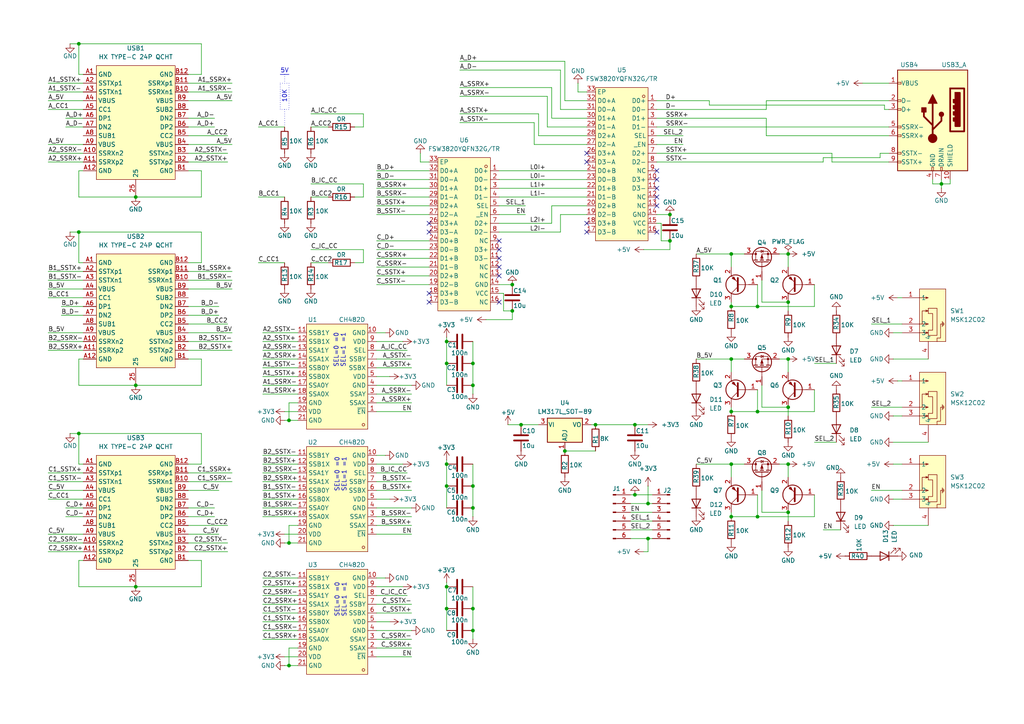
<source format=kicad_sch>
(kicad_sch (version 20250114) (generator "eeschema") (generator_version "9.0")
  (paper "A4")
  (rectangle (start 81.28 24.13) (end 83.82 31.75) (stroke (width 0) (type dot)))
  (text "SEL=0 =0\nSEL=1 =1" (at 98.806 173.99 90) (effects (font (size 1.27 1.27))))
  (text "5V" (at 82.55 20.574 0) (effects (font (size 1.27 1.27))))
  (text "SEL=0 =0\nSEL=1 =1" (at 98.806 137.668 90) (effects (font (size 1.27 1.27))))
  (text "10K" (at 82.55 27.94 90) (effects (font (size 1.27 1.27))))
  (text "SEL=0 =0\nSEL=1 =1" (at 98.552 101.6 90) (effects (font (size 1.27 1.27))))
  (junction (at 22.86 125.73))
  (junction (at 228.6 148.59))
  (junction (at 137.16 147.32))
  (junction (at 129.54 170.18))
  (junction (at 129.54 105.41))
  (junction (at 39.37 111.76))
  (junction (at 219.71 149.86))
  (junction (at 137.16 182.88))
  (junction (at 228.6 73.66))
  (junction (at 129.54 176.53))
  (junction (at 194.31 62.23))
  (junction (at 83.82 121.92))
  (junction (at 83.82 157.48))
  (junction (at 219.71 88.9))
  (junction (at 273.05 53.34))
  (junction (at 212.09 104.14))
  (junction (at 163.83 130.81))
  (junction (at 148.59 90.17))
  (junction (at 129.54 134.62))
  (junction (at 39.37 170.18))
  (junction (at 194.31 69.85))
  (junction (at 129.54 140.97))
  (junction (at 137.16 105.41))
  (junction (at 184.15 123.19))
  (junction (at 187.96 146.05))
  (junction (at 212.09 119.38))
  (junction (at 137.16 111.76))
  (junction (at 212.09 73.66))
  (junction (at 228.6 134.62))
  (junction (at 212.09 134.62))
  (junction (at 228.6 104.14))
  (junction (at 22.86 12.7))
  (junction (at 39.37 57.15))
  (junction (at 83.82 193.04))
  (junction (at 151.13 123.19))
  (junction (at 22.86 67.31))
  (junction (at 137.16 140.97))
  (junction (at 228.6 118.11))
  (junction (at 219.71 119.38))
  (junction (at 172.72 123.19))
  (junction (at 228.6 87.63))
  (junction (at 187.96 156.21))
  (junction (at 148.59 82.55))
  (junction (at 212.09 88.9))
  (junction (at 212.09 149.86))
  (junction (at 129.54 99.06))
  (junction (at 137.16 176.53))
  (junction (at 184.15 143.51))
  (no_connect (at 190.5 67.31))
  (no_connect (at 144.78 87.63))
  (no_connect (at 190.5 49.53))
  (no_connect (at 170.18 67.31))
  (no_connect (at 124.46 85.09))
  (no_connect (at 170.18 64.77))
  (no_connect (at 170.18 46.99))
  (no_connect (at 144.78 77.47))
  (no_connect (at 190.5 59.69))
  (no_connect (at 124.46 64.77))
  (no_connect (at 144.78 80.01))
  (no_connect (at 190.5 52.07))
  (no_connect (at 124.46 87.63))
  (no_connect (at 170.18 44.45))
  (no_connect (at 190.5 54.61))
  (no_connect (at 144.78 72.39))
  (no_connect (at 124.46 67.31))
  (no_connect (at 144.78 69.85))
  (no_connect (at 144.78 74.93))
  (no_connect (at 190.5 57.15))
  (wire (pts (xy 191.77 69.85) (xy 191.77 64.77)))
  (wire (pts (xy 109.22 139.7) (xy 119.38 139.7)))
  (wire (pts (xy 226.06 73.66) (xy 228.6 73.66)))
  (wire (pts (xy 76.2 101.6) (xy 86.36 101.6)))
  (wire (pts (xy 160.02 34.29) (xy 170.18 34.29)))
  (wire (pts (xy 54.61 41.91) (xy 67.31 41.91)))
  (wire (pts (xy 119.38 147.32) (xy 109.22 147.32)))
  (wire (pts (xy 194.31 69.85) (xy 191.77 69.85)))
  (wire (pts (xy 76.2 172.72) (xy 86.36 172.72)))
  (wire (pts (xy 156.21 39.37) (xy 170.18 39.37)))
  (wire (pts (xy 201.93 104.14) (xy 212.09 104.14)))
  (wire (pts (xy 62.23 147.32) (xy 54.61 147.32)))
  (wire (pts (xy 13.97 137.16) (xy 24.13 137.16)))
  (wire (pts (xy 129.54 133.35) (xy 129.54 134.62)))
  (wire (pts (xy 67.31 26.67) (xy 54.61 26.67)))
  (wire (pts (xy 24.13 76.2) (xy 22.86 76.2)))
  (wire (pts (xy 167.64 26.67) (xy 167.64 24.13)))
  (wire (pts (xy 111.76 167.64) (xy 109.22 167.64)))
  (wire (pts (xy 58.42 21.59) (xy 54.61 21.59)))
  (wire (pts (xy 144.78 82.55) (xy 148.59 82.55)))
  (wire (pts (xy 76.2 96.52) (xy 86.36 96.52)))
  (wire (pts (xy 273.05 53.34) (xy 273.05 54.61)))
  (wire (pts (xy 82.55 193.04) (xy 83.82 193.04)))
  (wire (pts (xy 109.22 177.8) (xy 119.38 177.8)))
  (wire (pts (xy 111.76 132.08) (xy 109.22 132.08)))
  (wire (pts (xy 105.41 57.15) (xy 102.87 57.15)))
  (wire (pts (xy 76.2 177.8) (xy 86.36 177.8)))
  (wire (pts (xy 241.3 46.99) (xy 257.81 46.99)))
  (wire (pts (xy 270.51 52.07) (xy 270.51 53.34)))
  (wire (pts (xy 160.02 59.69) (xy 170.18 59.69)))
  (wire (pts (xy 20.32 125.73) (xy 22.86 125.73)))
  (wire (pts (xy 137.16 105.41) (xy 137.16 111.76)))
  (wire (pts (xy 238.76 45.72) (xy 255.27 45.72)))
  (wire (pts (xy 129.54 140.97) (xy 129.54 134.62)))
  (wire (pts (xy 109.22 187.96) (xy 119.38 187.96)))
  (wire (pts (xy 39.37 57.15) (xy 58.42 57.15)))
  (wire (pts (xy 67.31 83.82) (xy 54.61 83.82)))
  (wire (pts (xy 146.05 85.09) (xy 144.78 85.09)))
  (wire (pts (xy 90.17 36.83) (xy 95.25 36.83)))
  (wire (pts (xy 82.55 121.92) (xy 83.82 121.92)))
  (wire (pts (xy 22.86 12.7) (xy 58.42 12.7)))
  (wire (pts (xy 54.61 29.21) (xy 67.31 29.21)))
  (wire (pts (xy 151.13 123.19) (xy 156.21 123.19)))
  (wire (pts (xy 212.09 104.14) (xy 215.9 104.14)))
  (wire (pts (xy 219.71 119.38) (xy 236.22 119.38)))
  (wire (pts (xy 256.54 30.48) (xy 205.74 30.48)))
  (wire (pts (xy 74.93 76.2) (xy 82.55 76.2)))
  (wire (pts (xy 19.05 34.29) (xy 24.13 34.29)))
  (wire (pts (xy 109.22 142.24) (xy 119.38 142.24)))
  (wire (pts (xy 82.55 190.5) (xy 86.36 190.5)))
  (wire (pts (xy 54.61 104.14) (xy 58.42 104.14)))
  (wire (pts (xy 137.16 99.06) (xy 137.16 105.41)))
  (wire (pts (xy 109.22 101.6) (xy 118.11 101.6)))
  (wire (pts (xy 163.83 17.78) (xy 163.83 29.21)))
  (wire (pts (xy 228.6 87.63) (xy 220.98 87.63)))
  (wire (pts (xy 228.6 118.11) (xy 228.6 120.65)))
  (wire (pts (xy 228.6 138.43) (xy 228.6 134.62)))
  (wire (pts (xy 67.31 101.6) (xy 54.61 101.6)))
  (wire (pts (xy 170.18 36.83) (xy 158.75 36.83)))
  (wire (pts (xy 201.93 73.66) (xy 212.09 73.66)))
  (wire (pts (xy 228.6 87.63) (xy 228.6 90.17)))
  (wire (pts (xy 146.05 90.17) (xy 146.05 85.09)))
  (wire (pts (xy 22.86 170.18) (xy 39.37 170.18)))
  (wire (pts (xy 116.84 99.06) (xy 109.22 99.06)))
  (wire (pts (xy 22.86 104.14) (xy 24.13 104.14)))
  (wire (pts (xy 83.82 121.92) (xy 86.36 121.92)))
  (wire (pts (xy 22.86 104.14) (xy 22.86 111.76)))
  (wire (pts (xy 13.97 26.67) (xy 24.13 26.67)))
  (wire (pts (xy 170.18 26.67) (xy 167.64 26.67)))
  (wire (pts (xy 137.16 176.53) (xy 137.16 182.88)))
  (wire (pts (xy 76.2 111.76) (xy 86.36 111.76)))
  (wire (pts (xy 62.23 149.86) (xy 54.61 149.86)))
  (wire (pts (xy 144.78 64.77) (xy 160.02 64.77)))
  (wire (pts (xy 228.6 148.59) (xy 220.98 148.59)))
  (wire (pts (xy 182.88 148.59) (xy 189.23 148.59)))
  (wire (pts (xy 83.82 152.4) (xy 83.82 157.48)))
  (wire (pts (xy 76.2 167.64) (xy 86.36 167.64)))
  (wire (pts (xy 160.02 25.4) (xy 133.35 25.4)))
  (wire (pts (xy 182.88 156.21) (xy 187.96 156.21)))
  (wire (pts (xy 119.38 190.5) (xy 109.22 190.5)))
  (wire (pts (xy 256.54 31.75) (xy 256.54 30.48)))
  (wire (pts (xy 212.09 134.62) (xy 215.9 134.62)))
  (wire (pts (xy 109.22 114.3) (xy 119.38 114.3)))
  (wire (pts (xy 67.31 81.28) (xy 54.61 81.28)))
  (wire (pts (xy 118.11 172.72) (xy 109.22 172.72)))
  (wire (pts (xy 228.6 118.11) (xy 220.98 118.11)))
  (wire (pts (xy 116.84 170.18) (xy 109.22 170.18)))
  (wire (pts (xy 109.22 104.14) (xy 119.38 104.14)))
  (wire (pts (xy 129.54 168.91) (xy 129.54 170.18)))
  (wire (pts (xy 76.2 114.3) (xy 86.36 114.3)))
  (wire (pts (xy 129.54 176.53) (xy 129.54 182.88)))
  (wire (pts (xy 219.71 113.03) (xy 219.71 119.38)))
  (wire (pts (xy 62.23 34.29) (xy 54.61 34.29)))
  (wire (pts (xy 119.38 154.94) (xy 109.22 154.94)))
  (wire (pts (xy 67.31 78.74) (xy 54.61 78.74)))
  (wire (pts (xy 273.05 52.07) (xy 273.05 53.34)))
  (wire (pts (xy 119.38 111.76) (xy 109.22 111.76)))
  (wire (pts (xy 13.97 29.21) (xy 24.13 29.21)))
  (wire (pts (xy 212.09 88.9) (xy 212.09 87.63)))
  (wire (pts (xy 113.03 180.34) (xy 109.22 180.34)))
  (wire (pts (xy 187.96 156.21) (xy 189.23 156.21)))
  (wire (pts (xy 22.86 125.73) (xy 58.42 125.73)))
  (wire (pts (xy 109.22 149.86) (xy 119.38 149.86)))
  (wire (pts (xy 24.13 21.59) (xy 22.86 21.59)))
  (wire (pts (xy 219.71 82.55) (xy 219.71 88.9)))
  (wire (pts (xy 270.51 53.34) (xy 273.05 53.34)))
  (wire (pts (xy 187.96 146.05) (xy 189.23 146.05)))
  (wire (pts (xy 22.86 12.7) (xy 22.86 21.59)))
  (wire (pts (xy 109.22 116.84) (xy 119.38 116.84)))
  (wire (pts (xy 252.73 142.24) (xy 261.62 142.24)))
  (wire (pts (xy 147.32 123.19) (xy 151.13 123.19)))
  (wire (pts (xy 144.78 52.07) (xy 170.18 52.07)))
  (wire (pts (xy 63.5 154.94) (xy 54.61 154.94)))
  (wire (pts (xy 105.41 76.2) (xy 102.87 76.2)))
  (wire (pts (xy 58.42 125.73) (xy 58.42 134.62)))
  (wire (pts (xy 219.71 149.86) (xy 236.22 149.86)))
  (wire (pts (xy 105.41 33.02) (xy 105.41 36.83)))
  (wire (pts (xy 109.22 175.26) (xy 119.38 175.26)))
  (wire (pts (xy 58.42 162.56) (xy 58.42 170.18)))
  (wire (pts (xy 129.54 140.97) (xy 129.54 147.32)))
  (wire (pts (xy 257.81 31.75) (xy 256.54 31.75)))
  (wire (pts (xy 171.45 123.19) (xy 172.72 123.19)))
  (wire (pts (xy 76.2 104.14) (xy 86.36 104.14)))
  (wire (pts (xy 13.97 44.45) (xy 24.13 44.45)))
  (wire (pts (xy 54.61 93.98) (xy 66.04 93.98)))
  (wire (pts (xy 144.78 54.61) (xy 170.18 54.61)))
  (wire (pts (xy 236.22 143.51) (xy 236.22 149.86)))
  (wire (pts (xy 212.09 77.47) (xy 212.09 73.66)))
  (wire (pts (xy 67.31 99.06) (xy 54.61 99.06)))
  (wire (pts (xy 212.09 138.43) (xy 212.09 134.62)))
  (wire (pts (xy 109.22 69.85) (xy 124.46 69.85)))
  (wire (pts (xy 129.54 105.41) (xy 129.54 111.76)))
  (wire (pts (xy 222.25 31.75) (xy 222.25 29.21)))
  (wire (pts (xy 39.37 111.76) (xy 58.42 111.76)))
  (wire (pts (xy 19.05 147.32) (xy 24.13 147.32)))
  (wire (pts (xy 154.94 41.91) (xy 154.94 35.56)))
  (wire (pts (xy 58.42 67.31) (xy 58.42 76.2)))
  (wire (pts (xy 76.2 99.06) (xy 86.36 99.06)))
  (wire (pts (xy 66.04 157.48) (xy 54.61 157.48)))
  (wire (pts (xy 54.61 39.37) (xy 66.04 39.37)))
  (wire (pts (xy 257.81 39.37) (xy 222.25 39.37)))
  (wire (pts (xy 190.5 36.83) (xy 257.81 36.83)))
  (wire (pts (xy 238.76 153.67) (xy 243.84 153.67)))
  (wire (pts (xy 58.42 134.62) (xy 54.61 134.62)))
  (wire (pts (xy 86.36 116.84) (xy 83.82 116.84)))
  (wire (pts (xy 63.5 91.44) (xy 54.61 91.44)))
  (wire (pts (xy 170.18 41.91) (xy 154.94 41.91)))
  (wire (pts (xy 205.74 30.48) (xy 205.74 29.21)))
  (wire (pts (xy 250.19 24.13) (xy 257.81 24.13)))
  (wire (pts (xy 113.03 144.78) (xy 109.22 144.78)))
  (polyline (pts (xy 81.28 21.59) (xy 83.82 21.59)))
  (wire (pts (xy 259.08 104.14) (xy 269.24 104.14)))
  (wire (pts (xy 67.31 137.16) (xy 54.61 137.16)))
  (wire (pts (xy 13.97 78.74) (xy 24.13 78.74)))
  (wire (pts (xy 74.93 36.83) (xy 82.55 36.83)))
  (wire (pts (xy 13.97 81.28) (xy 24.13 81.28)))
  (wire (pts (xy 111.76 96.52) (xy 109.22 96.52)))
  (wire (pts (xy 236.22 82.55) (xy 236.22 88.9)))
  (wire (pts (xy 24.13 162.56) (xy 22.86 162.56)))
  (wire (pts (xy 220.98 87.63) (xy 220.98 81.28)))
  (wire (pts (xy 198.12 39.37) (xy 190.5 39.37)))
  (wire (pts (xy 236.22 113.03) (xy 236.22 119.38)))
  (wire (pts (xy 137.16 147.32) (xy 137.16 149.86)))
  (wire (pts (xy 259.08 128.27) (xy 269.24 128.27)))
  (wire (pts (xy 76.2 185.42) (xy 86.36 185.42)))
  (wire (pts (xy 273.05 53.34) (xy 275.59 53.34)))
  (wire (pts (xy 13.97 160.02) (xy 24.13 160.02)))
  (wire (pts (xy 118.11 137.16) (xy 109.22 137.16)))
  (wire (pts (xy 109.22 74.93) (xy 124.46 74.93)))
  (wire (pts (xy 67.31 24.13) (xy 54.61 24.13)))
  (wire (pts (xy 86.36 187.96) (xy 83.82 187.96)))
  (wire (pts (xy 76.2 106.68) (xy 86.36 106.68)))
  (wire (pts (xy 67.31 96.52) (xy 54.61 96.52)))
  (wire (pts (xy 109.22 82.55) (xy 124.46 82.55)))
  (wire (pts (xy 212.09 107.95) (xy 212.09 104.14)))
  (wire (pts (xy 163.83 29.21) (xy 170.18 29.21)))
  (wire (pts (xy 184.15 123.19) (xy 187.96 123.19)))
  (wire (pts (xy 260.35 86.36) (xy 261.62 86.36)))
  (wire (pts (xy 19.05 149.86) (xy 24.13 149.86)))
  (wire (pts (xy 156.21 33.02) (xy 156.21 39.37)))
  (wire (pts (xy 182.88 151.13) (xy 189.23 151.13)))
  (wire (pts (xy 76.2 142.24) (xy 86.36 142.24)))
  (wire (pts (xy 152.4 62.23) (xy 144.78 62.23)))
  (wire (pts (xy 13.97 41.91) (xy 24.13 41.91)))
  (wire (pts (xy 255.27 44.45) (xy 257.81 44.45)))
  (wire (pts (xy 83.82 193.04) (xy 86.36 193.04)))
  (wire (pts (xy 222.25 39.37) (xy 222.25 34.29)))
  (wire (pts (xy 62.23 36.83) (xy 54.61 36.83)))
  (wire (pts (xy 58.42 49.53) (xy 58.42 57.15)))
  (wire (pts (xy 259.08 120.65) (xy 261.62 120.65)))
  (wire (pts (xy 105.41 72.39) (xy 105.41 76.2)))
  (wire (pts (xy 105.41 53.34) (xy 105.41 57.15)))
  (wire (pts (xy 20.32 12.7) (xy 22.86 12.7)))
  (wire (pts (xy 212.09 119.38) (xy 212.09 118.11)))
  (wire (pts (xy 219.71 88.9) (xy 236.22 88.9)))
  (wire (pts (xy 22.86 162.56) (xy 22.86 170.18)))
  (wire (pts (xy 259.08 96.52) (xy 261.62 96.52)))
  (wire (pts (xy 13.97 24.13) (xy 24.13 24.13)))
  (wire (pts (xy 17.78 91.44) (xy 24.13 91.44)))
  (wire (pts (xy 22.86 125.73) (xy 22.86 134.62)))
  (wire (pts (xy 82.55 154.94) (xy 86.36 154.94)))
  (wire (pts (xy 137.16 111.76) (xy 137.16 114.3)))
  (wire (pts (xy 76.2 149.86) (xy 86.36 149.86)))
  (wire (pts (xy 13.97 157.48) (xy 24.13 157.48)))
  (wire (pts (xy 13.97 86.36) (xy 24.13 86.36)))
  (wire (pts (xy 162.56 67.31) (xy 162.56 62.23)))
  (wire (pts (xy 22.86 67.31) (xy 22.86 76.2)))
  (wire (pts (xy 54.61 152.4) (xy 66.04 152.4)))
  (wire (pts (xy 186.69 160.02) (xy 187.96 160.02)))
  (wire (pts (xy 144.78 59.69) (xy 152.4 59.69)))
  (wire (pts (xy 109.22 59.69) (xy 124.46 59.69)))
  (wire (pts (xy 129.54 97.79) (xy 129.54 99.06)))
  (wire (pts (xy 76.2 109.22) (xy 86.36 109.22)))
  (wire (pts (xy 190.5 46.99) (xy 238.76 46.99)))
  (wire (pts (xy 66.04 46.99) (xy 54.61 46.99)))
  (wire (pts (xy 121.92 46.99) (xy 121.92 44.45)))
  (wire (pts (xy 222.25 29.21) (xy 257.81 29.21)))
  (wire (pts (xy 219.71 143.51) (xy 219.71 149.86)))
  (wire (pts (xy 54.61 49.53) (xy 58.42 49.53)))
  (wire (pts (xy 22.86 49.53) (xy 22.86 57.15)))
  (wire (pts (xy 54.61 44.45) (xy 66.04 44.45)))
  (wire (pts (xy 13.97 154.94) (xy 24.13 154.94)))
  (polyline (pts (xy 82.55 21.59) (xy 82.55 24.13)) (stroke (width 0) (type dot)))
  (wire (pts (xy 67.31 139.7) (xy 54.61 139.7)))
  (wire (pts (xy 19.05 36.83) (xy 24.13 36.83)))
  (wire (pts (xy 109.22 106.68) (xy 119.38 106.68)))
  (wire (pts (xy 198.12 41.91) (xy 190.5 41.91)))
  (wire (pts (xy 163.83 130.81) (xy 172.72 130.81)))
  (wire (pts (xy 109.22 49.53) (xy 124.46 49.53)))
  (wire (pts (xy 39.37 170.18) (xy 58.42 170.18)))
  (wire (pts (xy 20.32 67.31) (xy 22.86 67.31)))
  (wire (pts (xy 137.16 140.97) (xy 137.16 147.32)))
  (wire (pts (xy 109.22 57.15) (xy 124.46 57.15)))
  (wire (pts (xy 160.02 64.77) (xy 160.02 59.69)))
  (wire (pts (xy 191.77 64.77) (xy 190.5 64.77)))
  (wire (pts (xy 228.6 148.59) (xy 228.6 151.13)))
  (wire (pts (xy 212.09 119.38) (xy 219.71 119.38)))
  (wire (pts (xy 13.97 101.6) (xy 24.13 101.6)))
  (wire (pts (xy 182.88 153.67) (xy 189.23 153.67)))
  (wire (pts (xy 129.54 105.41) (xy 129.54 99.06)))
  (wire (pts (xy 119.38 119.38) (xy 109.22 119.38)))
  (wire (pts (xy 58.42 104.14) (xy 58.42 111.76)))
  (wire (pts (xy 260.35 110.49) (xy 261.62 110.49)))
  (wire (pts (xy 140.97 92.71) (xy 148.59 92.71)))
  (wire (pts (xy 109.22 77.47) (xy 124.46 77.47)))
  (wire (pts (xy 236.22 128.27) (xy 242.57 128.27)))
  (wire (pts (xy 24.13 49.53) (xy 22.86 49.53)))
  (wire (pts (xy 76.2 175.26) (xy 86.36 175.26)))
  (wire (pts (xy 66.04 160.02) (xy 54.61 160.02)))
  (wire (pts (xy 63.5 142.24) (xy 54.61 142.24)))
  (wire (pts (xy 24.13 134.62) (xy 22.86 134.62)))
  (wire (pts (xy 148.59 90.17) (xy 146.05 90.17)))
  (wire (pts (xy 90.17 72.39) (xy 105.41 72.39)))
  (wire (pts (xy 105.41 53.34) (xy 90.17 53.34)))
  (wire (pts (xy 137.16 170.18) (xy 137.16 176.53)))
  (wire (pts (xy 162.56 20.32) (xy 162.56 31.75)))
  (wire (pts (xy 76.2 182.88) (xy 86.36 182.88)))
  (wire (pts (xy 13.97 144.78) (xy 24.13 144.78)))
  (wire (pts (xy 58.42 12.7) (xy 58.42 21.59)))
  (wire (pts (xy 190.5 62.23) (xy 194.31 62.23)))
  (wire (pts (xy 76.2 170.18) (xy 86.36 170.18)))
  (wire (pts (xy 113.03 109.22) (xy 109.22 109.22)))
  (wire (pts (xy 212.09 149.86) (xy 219.71 149.86)))
  (wire (pts (xy 190.5 31.75) (xy 222.25 31.75)))
  (wire (pts (xy 137.16 134.62) (xy 137.16 140.97)))
  (wire (pts (xy 22.86 111.76) (xy 39.37 111.76)))
  (wire (pts (xy 172.72 123.19) (xy 184.15 123.19)))
  (wire (pts (xy 13.97 96.52) (xy 24.13 96.52)))
  (wire (pts (xy 133.35 17.78) (xy 163.83 17.78)))
  (wire (pts (xy 76.2 180.34) (xy 86.36 180.34)))
  (wire (pts (xy 22.86 57.15) (xy 39.37 57.15)))
  (wire (pts (xy 109.22 62.23) (xy 124.46 62.23)))
  (wire (pts (xy 63.5 88.9) (xy 54.61 88.9)))
  (wire (pts (xy 54.61 162.56) (xy 58.42 162.56)))
  (wire (pts (xy 144.78 67.31) (xy 162.56 67.31)))
  (wire (pts (xy 13.97 142.24) (xy 24.13 142.24)))
  (wire (pts (xy 187.96 156.21) (xy 187.96 160.02)))
  (wire (pts (xy 109.22 152.4) (xy 119.38 152.4)))
  (wire (pts (xy 236.22 105.41) (xy 242.57 105.41)))
  (wire (pts (xy 83.82 116.84) (xy 83.82 121.92)))
  (wire (pts (xy 162.56 62.23) (xy 170.18 62.23)))
  (wire (pts (xy 133.35 35.56) (xy 154.94 35.56)))
  (wire (pts (xy 58.42 76.2) (xy 54.61 76.2)))
  (wire (pts (xy 212.09 73.66) (xy 215.9 73.66)))
  (wire (pts (xy 90.17 57.15) (xy 95.25 57.15)))
  (wire (pts (xy 76.2 137.16) (xy 86.36 137.16)))
  (wire (pts (xy 109.22 52.07) (xy 124.46 52.07)))
  (wire (pts (xy 137.16 182.88) (xy 137.16 185.42)))
  (wire (pts (xy 162.56 20.32) (xy 133.35 20.32)))
  (wire (pts (xy 194.31 72.39) (xy 194.31 69.85)))
  (wire (pts (xy 182.88 143.51) (xy 184.15 143.51)))
  (wire (pts (xy 76.2 139.7) (xy 86.36 139.7)))
  (wire (pts (xy 170.18 31.75) (xy 162.56 31.75)))
  (wire (pts (xy 158.75 27.94) (xy 133.35 27.94)))
  (wire (pts (xy 76.2 134.62) (xy 86.36 134.62)))
  (wire (pts (xy 259.08 134.62) (xy 261.62 134.62)))
  (wire (pts (xy 74.93 57.15) (xy 82.55 57.15)))
  (wire (pts (xy 83.82 187.96) (xy 83.82 193.04)))
  (wire (pts (xy 160.02 25.4) (xy 160.02 34.29)))
  (wire (pts (xy 109.22 185.42) (xy 119.38 185.42)))
  (wire (pts (xy 82.55 119.38) (xy 86.36 119.38)))
  (wire (pts (xy 158.75 27.94) (xy 158.75 36.83)))
  (wire (pts (xy 76.2 132.08) (xy 86.36 132.08)))
  (wire (pts (xy 76.2 147.32) (xy 86.36 147.32)))
  (wire (pts (xy 238.76 46.99) (xy 238.76 45.72)))
  (wire (pts (xy 228.6 107.95) (xy 228.6 104.14)))
  (wire (pts (xy 144.78 49.53) (xy 170.18 49.53)))
  (wire (pts (xy 105.41 36.83) (xy 102.87 36.83)))
  (wire (pts (xy 241.3 44.45) (xy 241.3 46.99)))
  (wire (pts (xy 17.78 88.9) (xy 24.13 88.9)))
  (wire (pts (xy 90.17 76.2) (xy 95.25 76.2)))
  (wire (pts (xy 220.98 118.11) (xy 220.98 111.76)))
  (wire (pts (xy 252.73 118.11) (xy 261.62 118.11)))
  (wire (pts (xy 133.35 33.02) (xy 156.21 33.02)))
  (wire (pts (xy 228.6 77.47) (xy 228.6 73.66)))
  (wire (pts (xy 105.41 33.02) (xy 90.17 33.02)))
  (wire (pts (xy 83.82 157.48) (xy 86.36 157.48)))
  (wire (pts (xy 144.78 57.15) (xy 170.18 57.15)))
  (wire (pts (xy 124.46 46.99) (xy 121.92 46.99)))
  (wire (pts (xy 13.97 31.75) (xy 24.13 31.75)))
  (wire (pts (xy 116.84 134.62) (xy 109.22 134.62)))
  (wire (pts (xy 109.22 54.61) (xy 124.46 54.61)))
  (wire (pts (xy 190.5 44.45) (xy 241.3 44.45)))
  (wire (pts (xy 148.59 92.71) (xy 148.59 90.17)))
  (wire (pts (xy 187.96 140.97) (xy 187.96 146.05)))
  (wire (pts (xy 13.97 83.82) (xy 24.13 83.82)))
  (wire (pts (xy 76.2 144.78) (xy 86.36 144.78)))
  (wire (pts (xy 275.59 52.07) (xy 275.59 53.34)))
  (wire (pts (xy 82.55 157.48) (xy 83.82 157.48)))
  (wire (pts (xy 259.08 152.4) (xy 269.24 152.4)))
  (wire (pts (xy 226.06 104.14) (xy 228.6 104.14)))
  (wire (pts (xy 109.22 80.01) (xy 124.46 80.01)))
  (wire (pts (xy 212.09 149.86) (xy 212.09 148.59)))
  (wire (pts (xy 184.15 143.51) (xy 189.23 143.51)))
  (wire (pts (xy 182.88 146.05) (xy 187.96 146.05)))
  (wire (pts (xy 86.36 152.4) (xy 83.82 152.4)))
  (wire (pts (xy 13.97 46.99) (xy 24.13 46.99)))
  (wire (pts (xy 226.06 134.62) (xy 228.6 134.62)))
  (wire (pts (xy 205.74 29.21) (xy 190.5 29.21)))
  (wire (pts (xy 212.09 88.9) (xy 219.71 88.9)))
  (wire (pts (xy 13.97 99.06) (xy 24.13 99.06)))
  (wire (pts (xy 190.5 34.29) (xy 222.25 34.29)))
  (wire (pts (xy 259.08 144.78) (xy 261.62 144.78)))
  (wire (pts (xy 201.93 134.62) (xy 212.09 134.62)))
  (wire (pts (xy 252.73 93.98) (xy 261.62 93.98)))
  (wire (pts (xy 109.22 72.39) (xy 124.46 72.39)))
  (wire (pts (xy 22.86 67.31) (xy 58.42 67.31)))
  (polyline (pts (xy 82.55 31.75) (xy 82.55 36.83)) (stroke (width 0) (type dot)))
  (wire (pts (xy 119.38 182.88) (xy 109.22 182.88)))
  (wire (pts (xy 13.97 139.7) (xy 24.13 139.7)))
  (wire (pts (xy 186.69 72.39) (xy 194.31 72.39)))
  (wire (pts (xy 129.54 176.53) (xy 129.54 170.18)))
  (wire (pts (xy 255.27 45.72) (xy 255.27 44.45)))
  (wire (pts (xy 220.98 148.59) (xy 220.98 142.24)))
  (label "B_CC2" (at 90.17 57.15 0))
  (label "B_IC_CC" (at 90.17 53.34 0))
  (label "A_IC_CC" (at 118.11 101.6 180))
  (label "B1_SSRX+" (at 67.31 78.74 180))
  (label "EN" (at 119.38 154.94 180))
  (label "B_IC_CC" (at 118.11 137.16 180))
  (label "A_CC2" (at 90.17 36.83 0))
  (label "C_5V" (at 201.93 134.62 0))
  (label "SEL_1" (at 182.88 151.13 0))
  (label "L1I-" (at 153.67 57.15 0))
  (label "A_D-" (at 19.05 36.83 0))
  (label "C1_SSRX+" (at 76.2 185.42 0))
  (label "C_5V" (at 13.97 142.24 0))
  (label "B_5V" (at 13.97 83.82 0))
  (label "B_SSRX+" (at 109.22 54.61 0))
  (label "SEL_2" (at 182.88 153.67 0))
  (label "A_IC_CC" (at 90.17 33.02 0))
  (label "C1_SSTX-" (at 76.2 177.8 0))
  (label "B1_SSRX+" (at 76.2 149.86 0))
  (label "B_D+" (at 109.22 49.53 0))
  (label "C_D+" (at 19.05 147.32 0))
  (label "A_D+" (at 133.35 17.78 0))
  (label "B1_SSTX+" (at 76.2 144.78 0))
  (label "B1_SSTX-" (at 13.97 81.28 0))
  (label "B1_SSTX+" (at 13.97 78.74 0))
  (label "A_5V" (at 67.31 41.91 180))
  (label "A2_SSRX+" (at 13.97 46.99 0))
  (label "C1_SSTX-" (at 13.97 139.7 0))
  (label "EN" (at 182.88 148.59 0))
  (label "EN" (at 252.73 142.24 0))
  (label "A_CC1" (at 13.97 31.75 0))
  (label "A2_SSTX-" (at 76.2 96.52 0))
  (label "SSTX+" (at 193.04 44.45 0))
  (label "SSTX-" (at 193.04 46.99 0))
  (label "A_5V" (at 13.97 41.91 0))
  (label "A2_SSTX+" (at 76.2 99.06 0))
  (label "B_D-" (at 63.5 88.9 180))
  (label "C_SSRX+" (at 109.22 74.93 0))
  (label "C_D-" (at 62.23 147.32 180))
  (label "C_SSTX-" (at 109.22 82.55 0))
  (label "A_5V" (at 13.97 29.21 0))
  (label "C2_SSTX-" (at 76.2 167.64 0))
  (label "SEL_2" (at 236.22 128.27 0))
  (label "SEL_2" (at 198.12 39.37 180))
  (label "L2I+" (at 153.67 64.77 0))
  (label "SEL_1" (at 152.4 59.69 180))
  (label "B_5V" (at 67.31 96.52 180))
  (label "A_SSRX+" (at 119.38 116.84 180))
  (label "B_CC2" (at 66.04 93.98 180))
  (label "C1_SSTX+" (at 76.2 180.34 0))
  (label "L0I-" (at 153.67 52.07 0))
  (label "A2_SSRX-" (at 76.2 101.6 0))
  (label "B1_SSRX-" (at 76.2 147.32 0))
  (label "C1_SSRX-" (at 76.2 182.88 0))
  (label "C2_SSTX+" (at 66.04 160.02 180))
  (label "C1_SSRX+" (at 67.31 137.16 180))
  (label "C_SSRX-" (at 109.22 77.47 0))
  (label "A1_SSRX+" (at 76.2 114.3 0))
  (label "SEL_1" (at 252.73 93.98 0))
  (label "B_SSRX-" (at 119.38 149.86 180))
  (label "A_D-" (at 133.35 20.32 0))
  (label "A1_SSTX-" (at 76.2 106.68 0))
  (label "C_D+" (at 109.22 69.85 0))
  (label "B2_SSTX+" (at 67.31 101.6 180))
  (label "B1_SSTX-" (at 76.2 142.24 0))
  (label "A2_SSRX+" (at 76.2 104.14 0))
  (label "C_5V" (at 13.97 154.94 0))
  (label "A_CC2" (at 66.04 39.37 180))
  (label "EN" (at 119.38 190.5 180))
  (label "A1_SSTX+" (at 76.2 109.22 0))
  (label "C1_SSRX-" (at 67.31 139.7 180))
  (label "B_D+" (at 63.5 91.44 180))
  (label "A1_SSRX-" (at 67.31 26.67 180))
  (label "B_SSTX+" (at 109.22 59.69 0))
  (label "B_SSRX-" (at 109.22 57.15 0))
  (label "C_SSTX+" (at 119.38 177.8 180))
  (label "C_SSTX-" (at 119.38 175.26 180))
  (label "A1_SSTX-" (at 13.97 26.67 0))
  (label "C_CC2" (at 66.04 152.4 180))
  (label "C_CC1" (at 13.97 144.78 0))
  (label "A_SSRX+" (at 133.35 25.4 0))
  (label "L0I+" (at 153.67 49.53 0))
  (label "D+" (at 193.04 29.21 0))
  (label "C_D+" (at 62.23 149.86 180))
  (label "D-" (at 193.04 31.75 0))
  (label "SSRX+" (at 193.04 34.29 0))
  (label "A_SSRX-" (at 133.35 27.94 0))
  (label "B2_SSRX-" (at 76.2 137.16 0))
  (label "EN" (at 152.4 62.23 180))
  (label "C2_SSTX-" (at 66.04 157.48 180))
  (label "B_CC1" (at 13.97 86.36 0))
  (label "C_CC2" (at 90.17 76.2 0))
  (label "A_SSTX+" (at 133.35 33.02 0))
  (label "B2_SSTX-" (at 76.2 132.08 0))
  (label "A_5V" (at 67.31 29.21 180))
  (label "A_SSTX+" (at 119.38 106.68 180))
  (label "B_SSTX-" (at 109.22 62.23 0))
  (label "B2_SSRX+" (at 13.97 101.6 0))
  (label "B_D+" (at 17.78 88.9 0))
  (label "A1_SSTX+" (at 13.97 24.13 0))
  (label "SEL_1" (at 236.22 105.41 0))
  (label "C_SSTX+" (at 109.22 80.01 0))
  (label "A2_SSTX+" (at 66.04 46.99 180))
  (label "A_SSTX-" (at 133.35 35.56 0))
  (label "C2_SSTX+" (at 76.2 170.18 0))
  (label "A_D+" (at 19.05 34.29 0))
  (label "B_D-" (at 109.22 52.07 0))
  (label "B_5V" (at 67.31 83.82 180))
  (label "B_SSTX+" (at 119.38 142.24 180))
  (label "A_SSRX-" (at 119.38 114.3 180))
  (label "C_5V" (at 63.5 142.24 180))
  (label "B_5V" (at 201.93 104.14 0))
  (label "C_5V" (at 63.5 154.94 180))
  (label "C2_SSRX-" (at 13.97 157.48 0))
  (label "A_CC1" (at 74.93 36.83 0))
  (label "A2_SSTX-" (at 66.04 44.45 180))
  (label "A1_SSRX-" (at 76.2 111.76 0))
  (label "B_SSTX-" (at 119.38 139.7 180))
  (label "A_5V" (at 201.93 73.66 0))
  (label "C_CC1" (at 74.93 76.2 0))
  (label "A1_SSRX+" (at 67.31 24.13 180))
  (label "C_D-" (at 19.05 149.86 0))
  (label "C_SSRX-" (at 119.38 185.42 180))
  (label "C2_SSRX+" (at 76.2 175.26 0))
  (label "B2_SSRX-" (at 13.97 99.06 0))
  (label "EN" (at 119.38 119.38 180))
  (label "C_IC_CC" (at 118.11 172.72 180))
  (label "B2_SSTX+" (at 76.2 134.62 0))
  (label "C_SSRX+" (at 119.38 187.96 180))
  (label "C2_SSRX-" (at 76.2 172.72 0))
  (label "B1_SSRX-" (at 67.31 81.28 180))
  (label "C1_SSTX+" (at 13.97 137.16 0))
  (label "C2_SSRX+" (at 13.97 160.02 0))
  (label "B2_SSTX-" (at 67.31 99.06 180))
  (label "L1I+" (at 153.67 54.61 0))
  (label "B_SSRX+" (at 119.38 152.4 180))
  (label "A_D+" (at 62.23 36.83 180))
  (label "EN" (at 198.12 41.91 180))
  (label "B_5V" (at 13.97 96.52 0))
  (label "B2_SSRX+" (at 76.2 139.7 0))
  (label "C_D-" (at 109.22 72.39 0))
  (label "A2_SSRX-" (at 13.97 44.45 0))
  (label "C_IC_CC" (at 90.17 72.39 0))
  (label "EN" (at 238.76 153.67 0))
  (label "L2I-" (at 153.67 67.31 0))
  (label "B_D-" (at 17.78 91.44 0))
  (label "A_SSTX-" (at 119.38 104.14 180))
  (label "SSRX-" (at 193.04 36.83 0))
  (label "B_CC1" (at 74.93 57.15 0))
  (label "A_D-" (at 62.23 34.29 180))
  (label "SEL_2" (at 252.73 118.11 0))
  (symbol (lib_id "EASYEDA:HXTYPE-C24PQCHT") (at 39.37 93.98 0) (unit 1)
    (property "Reference" "USB2" (at 39.37 68.58 0))
    (property "Value" "HX TYPE-C 24P QCHT" (at 39.37 71.12 0))
    (property "Footprint" "easyeda2kicad:TYPE-C-SMD_TYPE-C-24P-QCHT" (effects (hide yes)))
    (property "LCSC Part" "C5178545" (effects (hide yes)))
    (property "LCSC" "C5178545" (effects (hide yes)))
  )
  (symbol (lib_id "Transistor_FET:Q_PMOS_GSD") (at 220.98 106.68 90) (unit 1)
    (property "Reference" "Q5" (at 220.98 100.838 90))
    (property "Value" "Q_PMOS_GSD" (effects (hide yes)))
    (property "Footprint" "Package_TO_SOT_SMD:SOT-23" (effects (hide yes)))
    (property "Description" "P-MOSFET transistor, gate/source/drain" (effects (hide yes)))
    (property "LCSC" "C41384537" (effects (hide yes)))
    (property "LCSC Part" "C41384537" (effects (hide yes)))
  )
  (symbol (lib_id "power:PWR_FLAG") (at 228.6 73.66 0) (unit 1)
    (property "Reference" "#FLG01" (effects (hide yes)))
    (property "Value" "PWR_FLAG" (at 228.6 70.104 0))
    (property "Description" "Special symbol for telling ERC where power comes from" (effects (hide yes)))
  )
  (symbol (lib_id "EASYEDA:HXTYPE-C24PQCHT") (at 39.37 39.37 0) (unit 1)
    (property "Reference" "USB1" (at 39.37 13.97 0))
    (property "Value" "HX TYPE-C 24P QCHT" (at 39.37 16.51 0))
    (property "Footprint" "easyeda2kicad:TYPE-C-SMD_TYPE-C-24P-QCHT" (effects (hide yes)))
    (property "LCSC Part" "C5178545" (effects (hide yes)))
    (property "LCSC" "C5178545" (effects (hide yes)))
  )
  (symbol (lib_id "power:GND") (at 259.08 104.14 270) (unit 1)
    (property "Reference" "#PWR037" (effects (hide yes)))
    (property "Value" "GND" (at 254.254 104.14 90))
    (property "Description" "Power symbol creates a global label with name \"GND\" , ground" (effects (hide yes)))
  )
  (symbol (lib_id "power:GND") (at 243.84 138.43 180) (unit 1)
    (property "Reference" "#PWR057" (effects (hide yes)))
    (property "Value" "GND" (at 241.554 135.636 0))
    (property "Description" "Power symbol creates a global label with name \"GND\" , ground" (effects (hide yes)))
  )
  (symbol (lib_id "power:+3V3") (at 129.54 168.91 0) (unit 1)
    (property "Reference" "#PWR062" (effects (hide yes)))
    (property "Value" "+3V3" (at 126.746 165.354 0) (effects (justify left)))
    (property "Description" "Power symbol creates a global label with name \"+3V3\"" (effects (hide yes)))
  )
  (symbol (lib_id "power:+5V") (at 228.6 73.66 270) (unit 1)
    (property "Reference" "#PWR010" (effects (hide yes)))
    (property "Value" "+5V" (at 232.41 73.6599 90) (effects (justify left)))
    (property "Description" "Power symbol creates a global label with name \"+5V\"" (effects (hide yes)))
  )
  (symbol (lib_id "Device:R") (at 228.6 154.94 0) (unit 1)
    (property "Reference" "R12" (at 228.6 156.972 90) (effects (justify left)))
    (property "Value" "10K" (at 229.87 155.194 0) (effects (justify left)))
    (property "Footprint" "Resistor_SMD:R_0402_1005Metric" (effects (hide yes)))
    (property "Description" "Resistor" (effects (hide yes)))
    (property "LCSC" "C102759" (effects (hide yes)))
    (property "LCSC Part" "C102759" (effects (hide yes)))
  )
  (symbol (lib_id "power:GND") (at 90.17 83.82 0) (unit 1)
    (property "Reference" "#PWR079" (effects (hide yes)))
    (property "Value" "GND" (at 90.17 87.376 0))
    (property "Description" "Power symbol creates a global label with name \"GND\" , ground" (effects (hide yes)))
  )
  (symbol (lib_id "power:+5V") (at 228.6 134.62 270) (unit 1)
    (property "Reference" "#PWR08" (effects (hide yes)))
    (property "Value" "+5V" (at 232.41 134.6199 90) (effects (justify left)))
    (property "Description" "Power symbol creates a global label with name \"+5V\"" (effects (hide yes)))
  )
  (symbol (lib_id "power:GND") (at 260.35 161.29 90) (unit 1)
    (property "Reference" "#PWR061" (effects (hide yes)))
    (property "Value" "GND" (at 265.684 161.036 90))
    (property "Description" "Power symbol creates a global label with name \"GND\" , ground" (effects (hide yes)))
  )
  (symbol (lib_id "power:GND") (at 90.17 44.45 0) (unit 1)
    (property "Reference" "#PWR075" (effects (hide yes)))
    (property "Value" "GND" (at 90.17 48.006 0))
    (property "Description" "Power symbol creates a global label with name \"GND\" , ground" (effects (hide yes)))
  )
  (symbol (lib_id "power:+3V3") (at 129.54 97.79 0) (unit 1)
    (property "Reference" "#PWR051" (effects (hide yes)))
    (property "Value" "+3V3" (at 126.746 94.234 0) (effects (justify left)))
    (property "Description" "Power symbol creates a global label with name \"+3V3\"" (effects (hide yes)))
  )
  (symbol (lib_id "power:+3V3") (at 113.03 109.22 270) (unit 1)
    (property "Reference" "#PWR066" (effects (hide yes)))
    (property "Value" "+3V3" (at 115.57 109.22 90) (effects (justify left)))
    (property "Description" "Power symbol creates a global label with name \"+3V3\"" (effects (hide yes)))
  )
  (symbol (lib_id "Transistor_BJT:Q_PNP_BEC") (at 231.14 143.51 180) (unit 1)
    (property "Reference" "Q9" (at 226.06 142.2399 0) (effects (justify left)))
    (property "Value" "Q_PNP_BEC" (effects (hide yes)))
    (property "Footprint" "easyeda2kicad:SOT-23-3_L2.9-W1.3-P1.90-LS2.4-BR" (effects (hide yes)))
    (property "Description" "PNP transistor, base/emitter/collector" (effects (hide yes)))
    (property "LCSC" "C2891805" (effects (hide yes)))
    (property "LCSC Part" "C2891805" (effects (hide yes)))
  )
  (symbol (lib_id "Device:C") (at 133.35 99.06 270) (unit 1)
    (property "Reference" "C1" (at 129.794 100.076 90) (effects (justify left)))
    (property "Value" "100n" (at 130.81 102.362 90) (effects (justify left)))
    (property "Footprint" "Capacitor_SMD:C_0603_1608Metric" (effects (hide yes)))
    (property "Description" "Unpolarized capacitor" (effects (hide yes)))
    (property "LCSC" "C344189" (effects (hide yes)))
    (property "LCSC Part" "C344189" (effects (hide yes)))
  )
  (symbol (lib_id "Regulator_Linear:LM317L_SOT-89") (at 163.83 123.19 0) (unit 1)
    (property "Reference" "U4" (at 163.83 116.84 0))
    (property "Value" "LM317L_SOT-89" (at 163.83 119.38 0))
    (property "Footprint" "Package_TO_SOT_SMD:SOT-89-3" (effects (hide yes)))
    (property "Datasheet" "http://www.ti.com/lit/ds/symlink/lm317l.pdf" (effects (hide yes)))
    (property "Description" "100mA 35V Adjustable Linear Regulator, SOT-89" (effects (hide yes)))
    (property "LCSC" "C45953613" (effects (hide yes)))
    (property "LCSC Part" "C45953613" (effects (hide yes)))
  )
  (symbol (lib_id "Device:C") (at 133.35 170.18 270) (unit 1)
    (property "Reference" "C7" (at 129.794 171.196 90) (effects (justify left)))
    (property "Value" "100n" (at 130.81 173.482 90) (effects (justify left)))
    (property "Footprint" "Capacitor_SMD:C_0603_1608Metric" (effects (hide yes)))
    (property "Description" "Unpolarized capacitor" (effects (hide yes)))
    (property "LCSC" "C344189" (effects (hide yes)))
    (property "LCSC Part" "C344189" (effects (hide yes)))
  )
  (symbol (lib_id "Device:LED") (at 243.84 149.86 90) (unit 1)
    (property "Reference" "D9" (at 247.65 150.1774 90) (effects (justify right)))
    (property "Value" "LED" (at 247.65 152.7174 90) (effects (justify right)))
    (property "Footprint" "LED_SMD:LED_0603_1608Metric" (effects (hide yes)))
    (property "Description" "Light emitting diode" (effects (hide yes)))
    (property "Sim.Pins" "1=K 2=A" (effects (hide yes)))
    (property "LCSC" "C7496819" (effects (hide yes)))
    (property "LCSC Part" "C7496819" (effects (hide yes)))
  )
  (symbol (lib_id "power:GND") (at 151.13 130.81 0) (unit 1)
    (property "Reference" "#PWR071" (effects (hide yes)))
    (property "Value" "GND" (at 151.13 134.62 0))
    (property "Description" "Power symbol creates a global label with name \"GND\" , ground" (effects (hide yes)))
  )
  (symbol (lib_id "power:+3V3") (at 116.84 99.06 270) (unit 1)
    (property "Reference" "#PWR049" (effects (hide yes)))
    (property "Value" "+3V3" (at 119.38 99.06 90) (effects (justify left)))
    (property "Description" "Power symbol creates a global label with name \"+3V3\"" (effects (hide yes)))
  )
  (symbol (lib_id "Device:R") (at 228.6 124.46 0) (unit 1)
    (property "Reference" "R10" (at 228.6 126.238 90) (effects (justify left)))
    (property "Value" "10K" (at 229.87 124.714 0) (effects (justify left)))
    (property "Footprint" "Resistor_SMD:R_0402_1005Metric" (effects (hide yes)))
    (property "Description" "Resistor" (effects (hide yes)))
    (property "LCSC" "C102759" (effects (hide yes)))
    (property "LCSC Part" "C102759" (effects (hide yes)))
  )
  (symbol (lib_id "power:GND") (at 228.6 128.27 0) (unit 1)
    (property "Reference" "#PWR014" (effects (hide yes)))
    (property "Value" "GND" (at 228.6 132.08 0))
    (property "Description" "Power symbol creates a global label with name \"GND\" , ground" (effects (hide yes)))
  )
  (symbol (lib_id "Device:C") (at 133.35 111.76 270) (unit 1)
    (property "Reference" "C3" (at 129.54 113.03 90) (effects (justify left)))
    (property "Value" "100n" (at 130.81 115.062 90) (effects (justify left)))
    (property "Footprint" "Capacitor_SMD:C_0603_1608Metric" (effects (hide yes)))
    (property "Description" "Unpolarized capacitor" (effects (hide yes)))
    (property "LCSC" "C344189" (effects (hide yes)))
    (property "LCSC Part" "C344189" (effects (hide yes)))
  )
  (symbol (lib_id "Device:R") (at 90.17 60.96 0) (unit 1)
    (property "Reference" "R3" (at 90.17 62.738 90) (effects (justify left)))
    (property "Value" "10K" (at 91.44 61.214 0) (effects (justify left)))
    (property "Footprint" "Resistor_SMD:R_0402_1005Metric" (effects (hide yes)))
    (property "Description" "Resistor" (effects (hide yes)))
    (property "LCSC" "C102759" (effects (hide yes)))
    (property "LCSC Part" "C102759" (effects (hide yes)))
  )
  (symbol (lib_id "Device:C") (at 133.35 105.41 270) (unit 1)
    (property "Reference" "C2" (at 129.54 106.68 90) (effects (justify left)))
    (property "Value" "100n" (at 130.81 108.712 90) (effects (justify left)))
    (property "Footprint" "Capacitor_SMD:C_0603_1608Metric" (effects (hide yes)))
    (property "Description" "Unpolarized capacitor" (effects (hide yes)))
    (property "LCSC" "C344189" (effects (hide yes)))
    (property "LCSC Part" "C344189" (effects (hide yes)))
  )
  (symbol (lib_id "EASYEDA:CH482D") (at 97.79 144.78 180) (unit 1)
    (property "Reference" "U2" (at 90.678 128.27 0))
    (property "Value" "CH482D" (at 102.108 128.27 0))
    (property "Footprint" "easyeda2kicad:VFQFN-20_L4.5-W2.5-P0.5-BL-EP" (effects (hide yes)))
    (property "Datasheet" "https://www.lcsc.com/datasheet/C2913009.pdf" (effects (hide yes)))
    (property "LCSC Part" "C2913009" (effects (hide yes)))
    (property "LCSC" "C2913009" (effects (hide yes)))
  )
  (symbol (lib_id "power:+5V") (at 245.11 161.29 90) (unit 1)
    (property "Reference" "#PWR07" (effects (hide yes)))
    (property "Value" "+5V" (at 241.3 161.2899 90) (effects (justify left)))
    (property "Description" "Power symbol creates a global label with name \"+5V\"" (effects (hide yes)))
  )
  (symbol (lib_id "power:+3V3") (at 116.84 134.62 270) (unit 1)
    (property "Reference" "#PWR047" (effects (hide yes)))
    (property "Value" "+3V3" (at 119.38 134.62 90) (effects (justify left)))
    (property "Description" "Power symbol creates a global label with name \"+3V3\"" (effects (hide yes)))
  )
  (symbol (lib_id "power:GND") (at 273.05 54.61 0) (unit 1)
    (property "Reference" "#PWR06" (effects (hide yes)))
    (property "Value" "GND" (at 273.05 58.166 0))
    (property "Description" "Power symbol creates a global label with name \"GND\" , ground" (effects (hide yes)))
  )
  (symbol (lib_id "power:+3V3") (at 82.55 154.94 90) (unit 1)
    (property "Reference" "#PWR048" (effects (hide yes)))
    (property "Value" "+3V3" (at 79.756 154.94 90) (effects (justify left)))
    (property "Description" "Power symbol creates a global label with name \"+3V3\"" (effects (hide yes)))
  )
  (symbol (lib_id "power:+3V3") (at 187.96 123.19 270) (unit 1)
    (property "Reference" "#PWR069" (effects (hide yes)))
    (property "Value" "+3V3" (at 191.77 123.1899 90) (effects (justify left)))
    (property "Description" "Power symbol creates a global label with name \"+3V3\"" (effects (hide yes)))
  )
  (symbol (lib_id "Connector:USB3_A") (at 270.51 34.29 0) (mirror y) (unit 1)
    (property "Reference" "USB4" (at 261.112 18.796 0) (effects (justify right)))
    (property "Value" "USB3_A" (at 273.05 18.796 0) (effects (justify right)))
    (property "Footprint" "easyeda2kicad:USB-3.0-A-TH_HC-ST-003-01-Z" (effects (hide yes)))
    (property "Description" "USB 3.0 A connector" (effects (hide yes)))
    (property "LCSC Part" "C2845330" (effects (hide yes)))
    (property "LCSC" "C2845330" (effects (hide yes)))
  )
  (symbol (lib_id "power:GND") (at 119.38 147.32 90) (unit 1)
    (property "Reference" "#PWR043" (effects (hide yes)))
    (property "Value" "GND" (at 124.206 147.32 90))
    (property "Description" "Power symbol creates a global label with name \"GND\" , ground" (effects (hide yes)))
  )
  (symbol (lib_id "Device:R") (at 172.72 127 0) (unit 1)
    (property "Reference" "R1" (at 172.72 128.778 90) (effects (justify left)))
    (property "Value" "8K" (at 173.99 127.254 0) (effects (justify left)))
    (property "Footprint" "Resistor_SMD:R_0402_1005Metric" (effects (hide yes)))
    (property "Description" "Resistor" (effects (hide yes)))
    (property "LCSC" "C2960789" (effects (hide yes)))
    (property "LCSC Part" "C2960789" (effects (hide yes)))
  )
  (symbol (lib_id "power:GND") (at 201.93 149.86 0) (unit 1)
    (property "Reference" "#PWR060" (effects (hide yes)))
    (property "Value" "GND" (at 201.93 153.67 0))
    (property "Description" "Power symbol creates a global label with name \"GND\" , ground" (effects (hide yes)))
  )
  (symbol (lib_id "Device:R") (at 82.55 60.96 0) (unit 1)
    (property "Reference" "R4" (at 82.55 62.738 90) (effects (justify left)))
    (property "Value" "10K" (at 83.82 61.214 0) (effects (justify left)))
    (property "Footprint" "Resistor_SMD:R_0402_1005Metric" (effects (hide yes)))
    (property "Description" "Resistor" (effects (hide yes)))
    (property "LCSC" "C102759" (effects (hide yes)))
    (property "LCSC Part" "C102759" (effects (hide yes)))
  )
  (symbol (lib_id "power:+5V") (at 228.6 104.14 270) (unit 1)
    (property "Reference" "#PWR09" (effects (hide yes)))
    (property "Value" "+5V" (at 232.41 104.1399 90) (effects (justify left)))
    (property "Description" "Power symbol creates a global label with name \"+5V\"" (effects (hide yes)))
  )
  (symbol (lib_id "power:+5V") (at 259.08 134.62 90) (unit 1)
    (property "Reference" "#PWR017" (effects (hide yes)))
    (property "Value" "+5V" (at 255.27 134.6199 90) (effects (justify left)))
    (property "Description" "Power symbol creates a global label with name \"+5V\"" (effects (hide yes)))
  )
  (symbol (lib_id "Device:C") (at 133.35 176.53 270) (unit 1)
    (property "Reference" "C8" (at 129.54 177.8 90) (effects (justify left)))
    (property "Value" "100n" (at 130.81 179.832 90) (effects (justify left)))
    (property "Footprint" "Capacitor_SMD:C_0603_1608Metric" (effects (hide yes)))
    (property "Description" "Unpolarized capacitor" (effects (hide yes)))
    (property "LCSC" "C344189" (effects (hide yes)))
    (property "LCSC Part" "C344189" (effects (hide yes)))
  )
  (symbol (lib_id "power:GND") (at 20.32 67.31 0) (unit 1)
    (property "Reference" "#PWR028" (effects (hide yes)))
    (property "Value" "GND" (at 20.32 70.866 0))
    (property "Description" "Power symbol creates a global label with name \"GND\" , ground" (effects (hide yes)))
  )
  (symbol (lib_id "Device:R") (at 90.17 80.01 0) (unit 1)
    (property "Reference" "R14" (at 90.17 81.788 90) (effects (justify left)))
    (property "Value" "10K" (at 91.44 80.264 0) (effects (justify left)))
    (property "Footprint" "Resistor_SMD:R_0402_1005Metric" (effects (hide yes)))
    (property "Description" "Resistor" (effects (hide yes)))
    (property "LCSC" "C102759" (effects (hide yes)))
    (property "LCSC Part" "C102759" (effects (hide yes)))
  )
  (symbol (lib_id "power:+5V") (at 140.97 92.71 90) (unit 1)
    (property "Reference" "#PWR022" (effects (hide yes)))
    (property "Value" "+5V" (at 137.16 92.7099 90) (effects (justify left)))
    (property "Description" "Power symbol creates a global label with name \"+5V\"" (effects (hide yes)))
  )
  (symbol (lib_id "Device:R") (at 99.06 36.83 90) (unit 1)
    (property "Reference" "R15" (at 100.838 36.83 90) (effects (justify left)))
    (property "Value" "0R" (at 100.33 34.544 90) (effects (justify left)))
    (property "Footprint" "Resistor_SMD:R_0402_1005Metric" (effects (hide yes)))
    (property "Description" "Resistor" (effects (hide yes)))
  )
  (symbol (lib_id "Device:R") (at 248.92 161.29 90) (unit 1)
    (property "Reference" "R40" (at 250.698 161.29 90) (effects (justify left)))
    (property "Value" "10K" (at 249.174 160.02 0) (effects (justify left)))
    (property "Footprint" "Resistor_SMD:R_0402_1005Metric" (effects (hide yes)))
    (property "Description" "Resistor" (effects (hide yes)))
    (property "LCSC" "C102759" (effects (hide yes)))
    (property "LCSC Part" "C102759" (effects (hide yes)))
  )
  (symbol (lib_id "power:GND") (at 82.55 83.82 0) (unit 1)
    (property "Reference" "#PWR078" (effects (hide yes)))
    (property "Value" "GND" (at 82.55 87.376 0))
    (property "Description" "Power symbol creates a global label with name \"GND\" , ground" (effects (hide yes)))
  )
  (symbol (lib_id "Transistor_BJT:Q_PNP_BEC") (at 231.14 82.55 180) (unit 1)
    (property "Reference" "Q2" (at 226.06 81.2799 0) (effects (justify left)))
    (property "Value" "Q_PNP_BEC" (effects (hide yes)))
    (property "Footprint" "easyeda2kicad:SOT-23-3_L2.9-W1.3-P1.90-LS2.4-BR" (effects (hide yes)))
    (property "Description" "PNP transistor, base/emitter/collector" (effects (hide yes)))
    (property "LCSC" "C2891805" (effects (hide yes)))
    (property "LCSC Part" "C2891805" (effects (hide yes)))
  )
  (symbol (lib_id "EASYEDA:MSK12C02") (at 269.24 139.7 90) (mirror x) (unit 1)
    (property "Reference" "SW3" (at 275.59 138.4299 90) (effects (justify right)))
    (property "Value" "MSK12C02" (at 275.59 140.9699 90) (effects (justify right)))
    (property "Footprint" "easyeda2kicad:SW-TH_MSK12C02" (effects (hide yes)))
    (property "Datasheet" "https://lcsc.com/product-detail/Toggle-Switches_SHOU-HAN-MSK12C02_C431540.html" (effects (hide yes)))
    (property "LCSC Part" "C431540" (effects (hide yes)))
    (property "LCSC" "C431540" (effects (hide yes)))
  )
  (symbol (lib_id "power:GND") (at 121.92 44.45 180) (unit 1)
    (property "Reference" "#PWR05" (effects (hide yes)))
    (property "Value" "GND" (at 121.92 40.894 0))
    (property "Description" "Power symbol creates a global label with name \"GND\" , ground" (effects (hide yes)))
  )
  (symbol (lib_id "EASYEDA:FSW3820YQFN32G_TR") (at 180.34 48.26 0) (mirror y) (unit 1)
    (property "Reference" "U5" (at 180.34 20.32 0))
    (property "Value" "FSW3820YQFN32G/TR" (at 180.34 22.86 0))
    (property "Footprint" "easyeda2kicad:QFN-32_L4.0-W4.0-P0.40-TL-EP2.9" (effects (hide yes)))
    (property "Datasheet" "https://www.lcsc.com/datasheet/C32713321.pdf" (effects (hide yes)))
    (property "LCSC Part" "C32713321" (effects (hide yes)))
    (property "LCSC" "C32713321" (effects (hide yes)))
  )
  (symbol (lib_id "power:GND") (at 39.37 111.76 0) (unit 1)
    (property "Reference" "#PWR025" (effects (hide yes)))
    (property "Value" "GND" (at 39.37 115.316 0))
    (property "Description" "Power symbol creates a global label with name \"GND\" , ground" (effects (hide yes)))
  )
  (symbol (lib_id "Device:R") (at 228.6 93.98 0) (unit 1)
    (property "Reference" "R9" (at 228.6 94.742 90) (effects (justify left)))
    (property "Value" "10K" (at 229.87 94.234 0) (effects (justify left)))
    (property "Footprint" "Resistor_SMD:R_0402_1005Metric" (effects (hide yes)))
    (property "Description" "Resistor" (effects (hide yes)))
    (property "LCSC" "C102759" (effects (hide yes)))
    (property "LCSC Part" "C102759" (effects (hide yes)))
  )
  (symbol (lib_id "Device:R") (at 242.57 93.98 0) (unit 1)
    (property "Reference" "R34" (at 242.57 95.758 90) (effects (justify left)))
    (property "Value" "10K" (at 243.84 94.234 0) (effects (justify left)))
    (property "Footprint" "Resistor_SMD:R_0402_1005Metric" (effects (hide yes)))
    (property "Description" "Resistor" (effects (hide yes)))
    (property "LCSC" "C102759" (effects (hide yes)))
    (property "LCSC Part" "C102759" (effects (hide yes)))
  )
  (symbol (lib_id "Device:LED") (at 201.93 85.09 90) (unit 1)
    (property "Reference" "D10" (at 205.74 85.4074 90) (effects (justify right)))
    (property "Value" "LED" (at 205.74 87.9474 90) (effects (justify right)))
    (property "Footprint" "LED_SMD:LED_0603_1608Metric" (effects (hide yes)))
    (property "Description" "Light emitting diode" (effects (hide yes)))
    (property "Sim.Pins" "1=K 2=A" (effects (hide yes)))
    (property "LCSC" "C7496819" (effects (hide yes)))
    (property "LCSC Part" "C7496819" (effects (hide yes)))
  )
  (symbol (lib_id "Device:R") (at 90.17 40.64 0) (unit 1)
    (property "Reference" "R6" (at 90.17 42.418 90) (effects (justify left)))
    (property "Value" "10K" (at 91.44 40.894 0) (effects (justify left)))
    (property "Footprint" "Resistor_SMD:R_0402_1005Metric" (effects (hide yes)))
    (property "Description" "Resistor" (effects (hide yes)))
    (property "LCSC" "C102759" (effects (hide yes)))
    (property "LCSC Part" "C102759" (effects (hide yes)))
  )
  (symbol (lib_id "Transistor_BJT:Q_PNP_BEC") (at 214.63 113.03 180) (unit 1)
    (property "Reference" "Q3" (at 209.55 111.7599 0) (effects (justify left)))
    (property "Value" "Q_PNP_BEC" (effects (hide yes)))
    (property "Footprint" "easyeda2kicad:SOT-23-3_L2.9-W1.3-P1.90-LS2.4-BR" (effects (hide yes)))
    (property "Description" "PNP transistor, base/emitter/collector" (effects (hide yes)))
    (property "LCSC" "C2891805" (effects (hide yes)))
    (property "LCSC Part" "C2891805" (effects (hide yes)))
  )
  (symbol (lib_id "power:+5V") (at 260.35 86.36 90) (unit 1)
    (property "Reference" "#PWR019" (effects (hide yes)))
    (property "Value" "+5V" (at 256.54 86.3599 90) (effects (justify left)))
    (property "Description" "Power symbol creates a global label with name \"+5V\"" (effects (hide yes)))
  )
  (symbol (lib_id "EASYEDA:FSW3820YQFN32G_TR") (at 134.62 68.58 0) (mirror y) (unit 1)
    (property "Reference" "U6" (at 134.62 40.64 0))
    (property "Value" "FSW3820YQFN32G/TR" (at 134.62 43.18 0))
    (property "Footprint" "easyeda2kicad:QFN-32_L4.0-W4.0-P0.40-TL-EP2.9" (effects (hide yes)))
    (property "Datasheet" "https://www.lcsc.com/datasheet/C32713321.pdf" (effects (hide yes)))
    (property "LCSC Part" "C32713321" (effects (hide yes)))
    (property "LCSC" "C32713321" (effects (hide yes)))
  )
  (symbol (lib_id "Device:R") (at 212.09 153.67 0) (unit 1)
    (property "Reference" "R11" (at 212.09 155.702 90) (effects (justify left)))
    (property "Value" "10K" (at 213.36 153.924 0) (effects (justify left)))
    (property "Footprint" "Resistor_SMD:R_0402_1005Metric" (effects (hide yes)))
    (property "Description" "Resistor" (effects (hide yes)))
    (property "LCSC" "C102759" (effects (hide yes)))
    (property "LCSC Part" "C102759" (effects (hide yes)))
  )
  (symbol (lib_id "EASYEDA:CH482D") (at 97.79 109.22 180) (unit 1)
    (property "Reference" "U1" (at 90.678 92.71 0))
    (property "Value" "CH482D" (at 102.108 92.71 0))
    (property "Footprint" "easyeda2kicad:VFQFN-20_L4.5-W2.5-P0.5-BL-EP" (effects (hide yes)))
    (property "Datasheet" "https://www.lcsc.com/datasheet/C2913009.pdf" (effects (hide yes)))
    (property "LCSC Part" "C2913009" (effects (hide yes)))
    (property "LCSC" "C2913009" (effects (hide yes)))
  )
  (symbol (lib_id "power:GND") (at 82.55 121.92 270) (unit 1)
    (property "Reference" "#PWR032" (effects (hide yes)))
    (property "Value" "GND" (at 77.724 121.92 90))
    (property "Description" "Power symbol creates a global label with name \"GND\" , ground" (effects (hide yes)))
  )
  (symbol (lib_id "power:GND") (at 194.31 62.23 180) (unit 1)
    (property "Reference" "#PWR02" (effects (hide yes)))
    (property "Value" "GND" (at 194.31 58.674 0))
    (property "Description" "Power symbol creates a global label with name \"GND\" , ground" (effects (hide yes)))
  )
  (symbol (lib_id "power:GND") (at 82.55 44.45 0) (unit 1)
    (property "Reference" "#PWR074" (effects (hide yes)))
    (property "Value" "GND" (at 82.55 48.006 0))
    (property "Description" "Power symbol creates a global label with name \"GND\" , ground" (effects (hide yes)))
  )
  (symbol (lib_id "power:GND") (at 228.6 97.79 0) (unit 1)
    (property "Reference" "#PWR012" (effects (hide yes)))
    (property "Value" "GND" (at 228.6 101.6 0))
    (property "Description" "Power symbol creates a global label with name \"GND\" , ground" (effects (hide yes)))
  )
  (symbol (lib_id "power:GND") (at 82.55 193.04 270) (unit 1)
    (property "Reference" "#PWR031" (effects (hide yes)))
    (property "Value" "GND" (at 77.724 193.04 90))
    (property "Description" "Power symbol creates a global label with name \"GND\" , ground" (effects (hide yes)))
  )
  (symbol (lib_id "power:+5V") (at 147.32 123.19 0) (unit 1)
    (property "Reference" "#PWR070" (effects (hide yes)))
    (property "Value" "+5V" (at 147.32 119.634 0))
    (property "Description" "Power symbol creates a global label with name \"+5V\"" (effects (hide yes)))
  )
  (symbol (lib_id "Device:R") (at 163.83 134.62 0) (unit 1)
    (property "Reference" "R2" (at 163.83 136.398 90) (effects (justify left)))
    (property "Value" "10K" (at 165.1 134.874 0) (effects (justify left)))
    (property "Footprint" "Resistor_SMD:R_0402_1005Metric" (effects (hide yes)))
    (property "Description" "Resistor" (effects (hide yes)))
    (property "LCSC" "C102759" (effects (hide yes)))
    (property "LCSC Part" "C102759" (effects (hide yes)))
  )
  (symbol (lib_id "power:GND") (at 259.08 96.52 270) (unit 1)
    (property "Reference" "#PWR034" (effects (hide yes)))
    (property "Value" "GND" (at 254.254 96.52 90))
    (property "Description" "Power symbol creates a global label with name \"GND\" , ground" (effects (hide yes)))
  )
  (symbol (lib_id "EASYEDA:MSK12C02") (at 269.24 91.44 90) (mirror x) (unit 1)
    (property "Reference" "SW1" (at 275.59 90.1699 90) (effects (justify right)))
    (property "Value" "MSK12C02" (at 275.59 92.7099 90) (effects (justify right)))
    (property "Footprint" "easyeda2kicad:SW-TH_MSK12C02" (effects (hide yes)))
    (property "Datasheet" "https://lcsc.com/product-detail/Toggle-Switches_SHOU-HAN-MSK12C02_C431540.html" (effects (hide yes)))
    (property "LCSC Part" "C431540" (effects (hide yes)))
    (property "LCSC" "C431540" (effects (hide yes)))
  )
  (symbol (lib_id "Device:LED") (at 242.57 101.6 90) (unit 1)
    (property "Reference" "D7" (at 246.38 101.9174 90) (effects (justify right)))
    (property "Value" "LED" (at 246.38 104.4574 90) (effects (justify right)))
    (property "Footprint" "LED_SMD:LED_0603_1608Metric" (effects (hide yes)))
    (property "Description" "Light emitting diode" (effects (hide yes)))
    (property "Sim.Pins" "1=K 2=A" (effects (hide yes)))
    (property "LCSC" "C7496819" (effects (hide yes)))
    (property "LCSC Part" "C7496819" (effects (hide yes)))
  )
  (symbol (lib_id "power:GND") (at 259.08 128.27 270) (unit 1)
    (property "Reference" "#PWR038" (effects (hide yes)))
    (property "Value" "GND" (at 254.254 128.27 90))
    (property "Description" "Power symbol creates a global label with name \"GND\" , ground" (effects (hide yes)))
  )
  (symbol (lib_id "power:GND") (at 20.32 125.73 0) (unit 1)
    (property "Reference" "#PWR027" (effects (hide yes)))
    (property "Value" "GND" (at 20.32 129.286 0))
    (property "Description" "Power symbol creates a global label with name \"GND\" , ground" (effects (hide yes)))
  )
  (symbol (lib_id "power:GND") (at 184.15 143.51 180) (unit 1)
    (property "Reference" "#PWR063" (effects (hide yes)))
    (property "Value" "GND" (at 184.15 139.7 0))
    (property "Description" "Power symbol creates a global label with name \"GND\" , ground" (effects (hide yes)))
  )
  (symbol (lib_id "Device:C") (at 133.35 147.32 270) (unit 1)
    (property "Reference" "C6" (at 129.54 148.59 90) (effects (justify left)))
    (property "Value" "100n" (at 130.81 150.622 90) (effects (justify left)))
    (property "Footprint" "Capacitor_SMD:C_0603_1608Metric" (effects (hide yes)))
    (property "Description" "Unpolarized capacitor" (effects (hide yes)))
    (property "LCSC" "C344189" (effects (hide yes)))
    (property "LCSC Part" "C344189" (effects (hide yes)))
  )
  (symbol (lib_id "power:GND") (at 39.37 170.18 0) (unit 1)
    (property "Reference" "#PWR026" (effects (hide yes)))
    (property "Value" "GND" (at 39.37 173.736 0))
    (property "Description" "Power symbol creates a global label with name \"GND\" , ground" (effects (hide yes)))
  )
  (symbol (lib_id "EASYEDA:CH482D") (at 97.79 180.34 180) (unit 1)
    (property "Reference" "U3" (at 90.678 163.83 0))
    (property "Value" "CH482D" (at 102.108 163.83 0))
    (property "Footprint" "easyeda2kicad:VFQFN-20_L4.5-W2.5-P0.5-BL-EP" (effects (hide yes)))
    (property "Datasheet" "https://www.lcsc.com/datasheet/C2913009.pdf" (effects (hide yes)))
    (property "LCSC Part" "C2913009" (effects (hide yes)))
    (property "LCSC" "C2913009" (effects (hide yes)))
  )
  (symbol (lib_id "Device:R") (at 243.84 142.24 0) (unit 1)
    (property "Reference" "R36" (at 243.84 144.018 90) (effects (justify left)))
    (property "Value" "10K" (at 245.11 142.494 0) (effects (justify left)))
    (property "Footprint" "Resistor_SMD:R_0402_1005Metric" (effects (hide yes)))
    (property "Description" "Resistor" (effects (hide yes)))
    (property "LCSC" "C102759" (effects (hide yes)))
    (property "LCSC Part" "C102759" (effects (hide yes)))
  )
  (symbol (lib_id "Device:C") (at 133.35 182.88 270) (unit 1)
    (property "Reference" "C9" (at 129.54 184.15 90) (effects (justify left)))
    (property "Value" "100n" (at 130.81 186.182 90) (effects (justify left)))
    (property "Footprint" "Capacitor_SMD:C_0603_1608Metric" (effects (hide yes)))
    (property "Description" "Unpolarized capacitor" (effects (hide yes)))
    (property "LCSC" "C344189" (effects (hide yes)))
    (property "LCSC Part" "C344189" (effects (hide yes)))
  )
  (symbol (lib_id "power:+5V") (at 186.69 160.02 90) (unit 1)
    (property "Reference" "#PWR020" (effects (hide yes)))
    (property "Value" "+5V" (at 182.88 160.0199 90) (effects (justify left)))
    (property "Description" "Power symbol creates a global label with name \"+5V\"" (effects (hide yes)))
  )
  (symbol (lib_id "power:GND") (at 184.15 130.81 0) (unit 1)
    (property "Reference" "#PWR072" (effects (hide yes)))
    (property "Value" "GND" (at 184.15 134.62 0))
    (property "Description" "Power symbol creates a global label with name \"GND\" , ground" (effects (hide yes)))
  )
  (symbol (lib_id "power:+5V") (at 186.69 72.39 90) (unit 1)
    (property "Reference" "#PWR021" (effects (hide yes)))
    (property "Value" "+5V" (at 182.88 72.3899 90) (effects (justify left)))
    (property "Description" "Power symbol creates a global label with name \"+5V\"" (effects (hide yes)))
  )
  (symbol (lib_id "power:GND") (at 39.37 57.15 0) (unit 1)
    (property "Reference" "#PWR024" (effects (hide yes)))
    (property "Value" "GND" (at 39.37 60.706 0))
    (property "Description" "Power symbol creates a global label with name \"GND\" , ground" (effects (hide yes)))
  )
  (symbol (lib_id "Device:R") (at 201.93 138.43 0) (unit 1)
    (property "Reference" "R39" (at 201.93 140.208 90) (effects (justify left)))
    (property "Value" "10K" (at 203.2 138.684 0) (effects (justify left)))
    (property "Footprint" "Resistor_SMD:R_0402_1005Metric" (effects (hide yes)))
    (property "Description" "Resistor" (effects (hide yes)))
    (property "LCSC" "C102759" (effects (hide yes)))
    (property "LCSC Part" "C102759" (effects (hide yes)))
  )
  (symbol (lib_id "power:GND") (at 148.59 82.55 180) (unit 1)
    (property "Reference" "#PWR04" (effects (hide yes)))
    (property "Value" "GND" (at 148.59 78.994 0))
    (property "Description" "Power symbol creates a global label with name \"GND\" , ground" (effects (hide yes)))
  )
  (symbol (lib_id "Device:R") (at 82.55 80.01 0) (unit 1)
    (property "Reference" "R13" (at 82.55 81.788 90) (effects (justify left)))
    (property "Value" "10K" (at 83.82 80.264 0) (effects (justify left)))
    (property "Footprint" "Resistor_SMD:R_0402_1005Metric" (effects (hide yes)))
    (property "Description" "Resistor" (effects (hide yes)))
    (property "LCSC" "C102759" (effects (hide yes)))
    (property "LCSC Part" "C102759" (effects (hide yes)))
  )
  (symbol (lib_id "power:GND") (at 212.09 96.52 0) (unit 1)
    (property "Reference" "#PWR011" (effects (hide yes)))
    (property "Value" "GND" (at 212.09 100.33 0))
    (property "Description" "Power symbol creates a global label with name \"GND\" , ground" (effects (hide yes)))
  )
  (symbol (lib_id "power:GND") (at 212.09 157.48 0) (unit 1)
    (property "Reference" "#PWR015" (effects (hide yes)))
    (property "Value" "GND" (at 212.09 161.29 0))
    (property "Description" "Power symbol creates a global label with name \"GND\" , ground" (effects (hide yes)))
  )
  (symbol (lib_id "Device:C") (at 194.31 66.04 0) (unit 1)
    (property "Reference" "C15" (at 194.564 64.008 0) (effects (justify left)))
    (property "Value" "10u" (at 194.564 68.326 0) (effects (justify left)))
    (property "Footprint" "Capacitor_SMD:C_0603_1608Metric" (effects (hide yes)))
    (property "Description" "Unpolarized capacitor" (effects (hide yes)))
    (property "LCSC" "C6119842" (effects (hide yes)))
    (property "LCSC Part" "C6119842" (effects (hide yes)))
  )
  (symbol (lib_id "power:GND") (at 259.08 144.78 270) (unit 1)
    (property "Reference" "#PWR036" (effects (hide yes)))
    (property "Value" "GND" (at 254.254 144.78 90))
    (property "Description" "Power symbol creates a global label with name \"GND\" , ground" (effects (hide yes)))
  )
  (symbol (lib_id "power:GND") (at 201.93 88.9 0) (unit 1)
    (property "Reference" "#PWR058" (effects (hide yes)))
    (property "Value" "GND" (at 201.93 92.71 0))
    (property "Description" "Power symbol creates a global label with name \"GND\" , ground" (effects (hide yes)))
  )
  (symbol (lib_id "power:GND") (at 228.6 158.75 0) (unit 1)
    (property "Reference" "#PWR016" (effects (hide yes)))
    (property "Value" "GND" (at 228.6 162.56 0))
    (property "Description" "Power symbol creates a global label with name \"GND\" , ground" (effects (hide yes)))
  )
  (symbol (lib_id "power:+3V3") (at 129.54 133.35 0) (unit 1)
    (property "Reference" "#PWR053" (effects (hide yes)))
    (property "Value" "+3V3" (at 126.746 129.794 0) (effects (justify left)))
    (property "Description" "Power symbol creates a global label with name \"+3V3\"" (effects (hide yes)))
  )
  (symbol (lib_id "power:GND") (at 111.76 96.52 90) (unit 1)
    (property "Reference" "#PWR033" (effects (hide yes)))
    (property "Value" "GND" (at 116.586 96.52 90))
    (property "Description" "Power symbol creates a global label with name \"GND\" , ground" (effects (hide yes)))
  )
  (symbol (lib_id "power:GND") (at 201.93 119.38 0) (unit 1)
    (property "Reference" "#PWR059" (effects (hide yes)))
    (property "Value" "GND" (at 201.93 123.19 0))
    (property "Description" "Power symbol creates a global label with name \"GND\" , ground" (effects (hide yes)))
  )
  (symbol (lib_id "Device:C") (at 133.35 140.97 270) (unit 1)
    (property "Reference" "C5" (at 129.54 142.24 90) (effects (justify left)))
    (property "Value" "100n" (at 130.81 144.272 90) (effects (justify left)))
    (property "Footprint" "Capacitor_SMD:C_0603_1608Metric" (effects (hide yes)))
    (property "Description" "Unpolarized capacitor" (effects (hide yes)))
    (property "LCSC" "C344189" (effects (hide yes)))
    (property "LCSC Part" "C344189" (effects (hide yes)))
  )
  (symbol (lib_id "Device:R") (at 201.93 107.95 0) (unit 1)
    (property "Reference" "R38" (at 201.93 109.728 90) (effects (justify left)))
    (property "Value" "10K" (at 203.2 108.204 0) (effects (justify left)))
    (property "Footprint" "Resistor_SMD:R_0402_1005Metric" (effects (hide yes)))
    (property "Description" "Resistor" (effects (hide yes)))
    (property "LCSC" "C102759" (effects (hide yes)))
    (property "LCSC Part" "C102759" (effects (hide yes)))
  )
  (symbol (lib_id "Connector:Conn_01x06_Pin") (at 194.31 148.59 0) (mirror y) (unit 1)
    (property "Reference" "J2" (at 193.548 142.24 0))
    (property "Value" "Conn_01x06_Pin" (effects (hide yes)))
    (property "Footprint" "Connector_JST:JST_XH_B6B-XH-AM_1x06_P2.50mm_Vertical" (effects (hide yes)))
    (property "Description" "Generic connector, single row, 01x06, script generated" (effects (hide yes)))
    (property "LCSC" "C144397" (effects (hide yes)))
    (property "LCSC Part" "C144397" (effects (hide yes)))
  )
  (symbol (lib_id "power:GND") (at 82.55 157.48 270) (unit 1)
    (property "Reference" "#PWR030" (effects (hide yes)))
    (property "Value" "GND" (at 77.724 157.48 90))
    (property "Description" "Power symbol creates a global label with name \"GND\" , ground" (effects (hide yes)))
  )
  (symbol (lib_id "Device:C") (at 184.15 127 0) (unit 1)
    (property "Reference" "C11" (at 184.404 124.968 0) (effects (justify left)))
    (property "Value" "10u" (at 184.404 129.286 0) (effects (justify left)))
    (property "Footprint" "Capacitor_SMD:C_0603_1608Metric" (effects (hide yes)))
    (property "Description" "Unpolarized capacitor" (effects (hide yes)))
    (property "LCSC" "C6119842" (effects (hide yes)))
    (property "LCSC Part" "C6119842" (effects (hide yes)))
  )
  (symbol (lib_id "power:GND") (at 20.32 12.7 0) (unit 1)
    (property "Reference" "#PWR029" (effects (hide yes)))
    (property "Value" "GND" (at 20.32 16.256 0))
    (property "Description" "Power symbol creates a global label with name \"GND\" , ground" (effects (hide yes)))
  )
  (symbol (lib_id "power:GND") (at 163.83 138.43 0) (unit 1)
    (property "Reference" "#PWR073" (effects (hide yes)))
    (property "Value" "GND" (at 163.83 142.24 0))
    (property "Description" "Power symbol creates a global label with name \"GND\" , ground" (effects (hide yes)))
  )
  (symbol (lib_id "Transistor_BJT:Q_PNP_BEC") (at 214.63 143.51 180) (unit 1)
    (property "Reference" "Q7" (at 209.55 142.2399 0) (effects (justify left)))
    (property "Value" "Q_PNP_BEC" (effects (hide yes)))
    (property "Footprint" "easyeda2kicad:SOT-23-3_L2.9-W1.3-P1.90-LS2.4-BR" (effects (hide yes)))
    (property "Description" "PNP transistor, base/emitter/collector" (effects (hide yes)))
    (property "LCSC" "C2891805" (effects (hide yes)))
    (property "LCSC Part" "C2891805" (effects (hide yes)))
  )
  (symbol (lib_id "Connector:Conn_01x06_Pin") (at 177.8 148.59 0) (unit 1)
    (property "Reference" "J1" (at 178.816 141.732 0))
    (property "Value" "Conn_01x06_Pin" (effects (hide yes)))
    (property "Footprint" "Connector_JST:JST_XH_B6B-XH-AM_1x06_P2.50mm_Vertical" (effects (hide yes)))
    (property "Description" "Generic connector, single row, 01x06, script generated" (effects (hide yes)))
    (property "LCSC" "C144397" (effects (hide yes)))
    (property "LCSC Part" "C144397" (effects (hide yes)))
  )
  (symbol (lib_id "EASYEDA:MSK12C02") (at 269.24 115.57 90) (mirror x) (unit 1)
    (property "Reference" "SW2" (at 275.59 114.2999 90) (effects (justify right)))
    (property "Value" "MSK12C02" (at 275.59 116.8399 90) (effects (justify right)))
    (property "Footprint" "easyeda2kicad:SW-TH_MSK12C02" (effects (hide yes)))
    (property "Datasheet" "https://lcsc.com/product-detail/Toggle-Switches_SHOU-HAN-MSK12C02_C431540.html" (effects (hide yes)))
    (property "LCSC Part" "C431540" (effects (hide yes)))
    (property "LCSC" "C431540" (effects (hide yes)))
  )
  (symbol (lib_id "Device:C") (at 148.59 86.36 0) (unit 1)
    (property "Reference" "C14" (at 148.844 84.328 0) (effects (justify left)))
    (property "Value" "10u" (at 148.844 88.646 0) (effects (justify left)))
    (property "Footprint" "Capacitor_SMD:C_0603_1608Metric" (effects (hide yes)))
    (property "Description" "Unpolarized capacitor" (effects (hide yes)))
    (property "LCSC" "C6119842" (effects (hide yes)))
    (property "LCSC Part" "C6119842" (effects (hide yes)))
  )
  (symbol (lib_id "power:GND") (at 242.57 90.17 180) (unit 1)
    (property "Reference" "#PWR055" (effects (hide yes)))
    (property "Value" "GND" (at 242.57 86.106 0))
    (property "Description" "Power symbol creates a global label with name \"GND\" , ground" (effects (hide yes)))
  )
  (symbol (lib_id "Device:LED") (at 242.57 124.46 90) (unit 1)
    (property "Reference" "D8" (at 246.38 124.7774 90) (effects (justify right)))
    (property "Value" "LED" (at 246.38 127.3174 90) (effects (justify right)))
    (property "Footprint" "LED_SMD:LED_0603_1608Metric" (effects (hide yes)))
    (property "Description" "Light emitting diode" (effects (hide yes)))
    (property "Sim.Pins" "1=K 2=A" (effects (hide yes)))
    (property "LCSC" "C7496819" (effects (hide yes)))
    (property "LCSC Part" "C7496819" (effects (hide yes)))
  )
  (symbol (lib_id "Device:R") (at 242.57 116.84 0) (unit 1)
    (property "Reference" "R35" (at 242.57 118.618 90) (effects (justify left)))
    (property "Value" "10K" (at 243.84 117.094 0) (effects (justify left)))
    (property "Footprint" "Resistor_SMD:R_0402_1005Metric" (effects (hide yes)))
    (property "Description" "Resistor" (effects (hide yes)))
    (property "LCSC" "C102759" (effects (hide yes)))
    (property "LCSC Part" "C102759" (effects (hide yes)))
  )
  (symbol (lib_id "power:GND") (at 111.76 167.64 90) (unit 1)
    (property "Reference" "#PWR041" (effects (hide yes)))
    (property "Value" "GND" (at 116.586 167.64 90))
    (property "Description" "Power symbol creates a global label with name \"GND\" , ground" (effects (hide yes)))
  )
  (symbol (lib_id "power:GND") (at 90.17 64.77 0) (unit 1)
    (property "Reference" "#PWR077" (effects (hide yes)))
    (property "Value" "GND" (at 90.17 68.326 0))
    (property "Description" "Power symbol creates a global label with name \"GND\" , ground" (effects (hide yes)))
  )
  (symbol (lib_id "Device:R") (at 82.55 40.64 0) (unit 1)
    (property "Reference" "R5" (at 82.55 42.418 90) (effects (justify left)))
    (property "Value" "10K" (at 83.82 40.894 0) (effects (justify left)))
    (property "Footprint" "Resistor_SMD:R_0402_1005Metric" (effects (hide yes)))
    (property "Description" "Resistor" (effects (hide yes)))
    (property "LCSC" "C102759" (effects (hide yes)))
    (property "LCSC Part" "C102759" (effects (hide yes)))
  )
  (symbol (lib_id "Device:R") (at 212.09 123.19 0) (unit 1)
    (property "Reference" "R7" (at 212.09 123.952 90) (effects (justify left)))
    (property "Value" "10K" (at 213.36 123.444 0) (effects (justify left)))
    (property "Footprint" "Resistor_SMD:R_0402_1005Metric" (effects (hide yes)))
    (property "Description" "Resistor" (effects (hide yes)))
    (property "LCSC" "C102759" (effects (hide yes)))
    (property "LCSC Part" "C102759" (effects (hide yes)))
  )
  (symbol (lib_id "EASYEDA:HXTYPE-C24PQCHT") (at 39.37 152.4 0) (unit 1)
    (property "Reference" "USB3" (at 39.37 127 0))
    (property "Value" "HX TYPE-C 24P QCHT" (at 39.37 129.54 0))
    (property "Footprint" "easyeda2kicad:TYPE-C-SMD_TYPE-C-24P-QCHT" (effects (hide yes)))
    (property "LCSC Part" "C5178545" (effects (hide yes)))
    (property "LCSC" "C5178545" (effects (hide yes)))
  )
  (symbol (lib_id "power:+3V3") (at 113.03 144.78 270) (unit 1)
    (property "Reference" "#PWR067" (effects (hide yes)))
    (property "Value" "+3V3" (at 115.57 144.78 90) (effects (justify left)))
    (property "Description" "Power symbol creates a global label with name \"+3V3\"" (effects (hide yes)))
  )
  (symbol (lib_id "power:GND") (at 167.64 24.13 180) (unit 1)
    (property "Reference" "#PWR03" (effects (hide yes)))
    (property "Value" "GND" (at 167.64 20.574 0))
    (property "Description" "Power symbol creates a global label with name \"GND\" , ground" (effects (hide yes)))
  )
  (symbol (lib_id "power:+3V3") (at 113.03 180.34 270) (unit 1)
    (property "Reference" "#PWR068" (effects (hide yes)))
    (property "Value" "+3V3" (at 115.57 180.34 90) (effects (justify left)))
    (property "Description" "Power symbol creates a global label with name \"+3V3\"" (effects (hide yes)))
  )
  (symbol (lib_id "Device:LED") (at 201.93 115.57 90) (unit 1)
    (property "Reference" "D11" (at 205.74 115.8874 90) (effects (justify right)))
    (property "Value" "LED" (at 205.74 118.4274 90) (effects (justify right)))
    (property "Footprint" "LED_SMD:LED_0603_1608Metric" (effects (hide yes)))
    (property "Description" "Light emitting diode" (effects (hide yes)))
    (property "Sim.Pins" "1=K 2=A" (effects (hide yes)))
    (property "LCSC" "C7496819" (effects (hide yes)))
    (property "LCSC Part" "C7496819" (effects (hide yes)))
  )
  (symbol (lib_id "power:+3V3") (at 82.55 190.5 90) (unit 1)
    (property "Reference" "#PWR046" (effects (hide yes)))
    (property "Value" "+3V3" (at 79.756 190.5 90) (effects (justify left)))
    (property "Description" "Power symbol creates a global label with name \"+3V3\"" (effects (hide yes)))
  )
  (symbol (lib_id "power:GND") (at 137.16 149.86 0) (unit 1)
    (property "Reference" "#PWR054" (effects (hide yes)))
    (property "Value" "GND" (at 137.16 153.67 0))
    (property "Description" "Power symbol creates a global label with name \"GND\" , ground" (effects (hide yes)))
  )
  (symbol (lib_id "power:+5V") (at 250.19 24.13 90) (unit 1)
    (property "Reference" "#PWR023" (effects (hide yes)))
    (property "Value" "+5V" (at 246.38 24.1299 90) (effects (justify left)))
    (property "Description" "Power symbol creates a global label with name \"+5V\"" (effects (hide yes)))
  )
  (symbol (lib_id "power:+3V3") (at 116.84 170.18 270) (unit 1)
    (property "Reference" "#PWR045" (effects (hide yes)))
    (property "Value" "+3V3" (at 119.38 170.18 90) (effects (justify left)))
    (property "Description" "Power symbol creates a global label with name \"+3V3\"" (effects (hide yes)))
  )
  (symbol (lib_id "power:GND") (at 259.08 120.65 270) (unit 1)
    (property "Reference" "#PWR035" (effects (hide yes)))
    (property "Value" "GND" (at 254.254 120.65 90))
    (property "Description" "Power symbol creates a global label with name \"GND\" , ground" (effects (hide yes)))
  )
  (symbol (lib_id "Device:LED") (at 201.93 146.05 90) (unit 1)
    (property "Reference" "D12" (at 205.74 146.3674 90) (effects (justify right)))
    (property "Value" "LED" (at 205.74 148.9074 90) (effects (justify right)))
    (property "Footprint" "LED_SMD:LED_0603_1608Metric" (effects (hide yes)))
    (property "Description" "Light emitting diode" (effects (hide yes)))
    (property "Sim.Pins" "1=K 2=A" (effects (hide yes)))
    (property "LCSC" "C7496819" (effects (hide yes)))
    (property "LCSC Part" "C7496819" (effects (hide yes)))
  )
  (symbol (lib_id "Device:C") (at 133.35 134.62 270) (unit 1)
    (property "Reference" "C4" (at 129.794 135.636 90) (effects (justify left)))
    (property "Value" "100n" (at 130.81 137.922 90) (effects (justify left)))
    (property "Footprint" "Capacitor_SMD:C_0603_1608Metric" (effects (hide yes)))
    (property "Description" "Unpolarized capacitor" (effects (hide yes)))
    (property "LCSC" "C344189" (effects (hide yes)))
    (property "LCSC Part" "C344189" (effects (hide yes)))
  )
  (symbol (lib_id "power:GND") (at 111.76 132.08 90) (unit 1)
    (property "Reference" "#PWR040" (effects (hide yes)))
    (property "Value" "GND" (at 116.586 132.08 90))
    (property "Description" "Power symbol creates a global label with name \"GND\" , ground" (effects (hide yes)))
  )
  (symbol (lib_id "Transistor_BJT:Q_PNP_BEC") (at 231.14 113.03 180) (unit 1)
    (property "Reference" "Q6" (at 226.06 111.7599 0) (effects (justify left)))
    (property "Value" "Q_PNP_BEC" (effects (hide yes)))
    (property "Footprint" "easyeda2kicad:SOT-23-3_L2.9-W1.3-P1.90-LS2.4-BR" (effects (hide yes)))
    (property "Description" "PNP transistor, base/emitter/collector" (effects (hide yes)))
    (property "LCSC" "C2891805" (effects (hide yes)))
    (property "LCSC Part" "C2891805" (effects (hide yes)))
  )
  (symbol (lib_id "power:GND") (at 242.57 113.03 180) (unit 1)
    (property "Reference" "#PWR056" (effects (hide yes)))
    (property "Value" "GND" (at 242.57 108.966 0))
    (property "Description" "Power symbol creates a global label with name \"GND\" , ground" (effects (hide yes)))
  )
  (symbol (lib_id "power:GND") (at 259.08 152.4 270) (unit 1)
    (property "Reference" "#PWR039" (effects (hide yes)))
    (property "Value" "GND" (at 254.254 152.4 90))
    (property "Description" "Power symbol creates a global label with name \"GND\" , ground" (effects (hide yes)))
  )
  (symbol (lib_id "power:GND") (at 82.55 64.77 0) (unit 1)
    (property "Reference" "#PWR076" (effects (hide yes)))
    (property "Value" "GND" (at 82.55 68.326 0))
    (property "Description" "Power symbol creates a global label with name \"GND\" , ground" (effects (hide yes)))
  )
  (symbol (lib_id "power:+3V3") (at 187.96 140.97 0) (unit 1)
    (property "Reference" "#PWR064" (effects (hide yes)))
    (property "Value" "+3V3" (at 187.96 135.89 0))
    (property "Description" "Power symbol creates a global label with name \"+3V3\"" (effects (hide yes)))
  )
  (symbol (lib_id "Transistor_FET:Q_PMOS_GSD") (at 220.98 137.16 90) (unit 1)
    (property "Reference" "Q8" (at 220.98 131.318 90))
    (property "Value" "Q_PMOS_GSD" (effects (hide yes)))
    (property "Footprint" "Package_TO_SOT_SMD:SOT-23" (effects (hide yes)))
    (property "Description" "P-MOSFET transistor, gate/source/drain" (effects (hide yes)))
    (property "LCSC" "C41384537" (effects (hide yes)))
    (property "LCSC Part" "C41384537" (effects (hide yes)))
  )
  (symbol (lib_id "power:+5V") (at 260.35 110.49 90) (unit 1)
    (property "Reference" "#PWR018" (effects (hide yes)))
    (property "Value" "+5V" (at 256.54 110.4899 90) (effects (justify left)))
    (property "Description" "Power symbol creates a global label with name \"+5V\"" (effects (hide yes)))
  )
  (symbol (lib_id "power:+3V3") (at 82.55 119.38 90) (unit 1)
    (property "Reference" "#PWR050" (effects (hide yes)))
    (property "Value" "+3V3" (at 79.756 119.38 90) (effects (justify left)))
    (property "Description" "Power symbol creates a global label with name \"+3V3\"" (effects (hide yes)))
  )
  (symbol (lib_id "power:GND") (at 137.16 114.3 0) (unit 1)
    (property "Reference" "#PWR052" (effects (hide yes)))
    (property "Value" "GND" (at 137.16 118.11 0))
    (property "Description" "Power symbol creates a global label with name \"GND\" , ground" (effects (hide yes)))
  )
  (symbol (lib_id "Device:R") (at 212.09 92.71 0) (unit 1)
    (property "Reference" "R8" (at 212.09 93.472 90) (effects (justify left)))
    (property "Value" "10K" (at 213.36 92.964 0) (effects (justify left)))
    (property "Footprint" "Resistor_SMD:R_0402_1005Metric" (effects (hide yes)))
    (property "Description" "Resistor" (effects (hide yes)))
    (property "LCSC" "C102759" (effects (hide yes)))
    (property "LCSC Part" "C102759" (effects (hide yes)))
  )
  (symbol (lib_id "Device:LED") (at 256.54 161.29 180) (unit 1)
    (property "Reference" "D13" (at 256.8574 157.48 90) (effects (justify right)))
    (property "Value" "LED" (at 259.3974 157.48 90) (effects (justify right)))
    (property "Footprint" "LED_SMD:LED_0603_1608Metric" (effects (hide yes)))
    (property "Description" "Light emitting diode" (effects (hide yes)))
    (property "Sim.Pins" "1=K 2=A" (effects (hide yes)))
    (property "LCSC" "C7496819" (effects (hide yes)))
    (property "LCSC Part" "C7496819" (effects (hide yes)))
  )
  (symbol (lib_id "power:GND") (at 137.16 185.42 0) (unit 1)
    (property "Reference" "#PWR065" (effects (hide yes)))
    (property "Value" "GND" (at 137.16 189.23 0))
    (property "Description" "Power symbol creates a global label with name \"GND\" , ground" (effects (hide yes)))
  )
  (symbol (lib_id "power:GND") (at 212.09 127 0) (unit 1)
    (property "Reference" "#PWR013" (effects (hide yes)))
    (property "Value" "GND" (at 212.09 130.81 0))
    (property "Description" "Power symbol creates a global label with name \"GND\" , ground" (effects (hide yes)))
  )
  (symbol (lib_id "power:GND") (at 119.38 111.76 90) (unit 1)
    (property "Reference" "#PWR044" (effects (hide yes)))
    (property "Value" "GND" (at 124.206 111.76 90))
    (property "Description" "Power symbol creates a global label with name \"GND\" , ground" (effects (hide yes)))
  )
  (symbol (lib_id "power:GND") (at 119.38 182.88 90) (unit 1)
    (property "Reference" "#PWR042" (effects (hide yes)))
    (property "Value" "GND" (at 124.206 182.88 90))
    (property "Description" "Power symbol creates a global label with name \"GND\" , ground" (effects (hide yes)))
  )
  (symbol (lib_id "Device:R") (at 201.93 77.47 0) (unit 1)
    (property "Reference" "R37" (at 201.93 79.248 90) (effects (justify left)))
    (property "Value" "10K" (at 203.2 77.724 0) (effects (justify left)))
    (property "Footprint" "Resistor_SMD:R_0402_1005Metric" (effects (hide yes)))
    (property "Description" "Resistor" (effects (hide yes)))
    (property "LCSC" "C102759" (effects (hide yes)))
    (property "LCSC Part" "C102759" (effects (hide yes)))
  )
  (symbol (lib_id "Device:R") (at 99.06 57.15 90) (unit 1)
    (property "Reference" "R16" (at 100.838 57.15 90) (effects (justify left)))
    (property "Value" "0R" (at 100.33 54.864 90) (effects (justify left)))
    (property "Footprint" "Resistor_SMD:R_0402_1005Metric" (effects (hide yes)))
    (property "Description" "Resistor" (effects (hide yes)))
  )
  (symbol (lib_id "Device:C") (at 151.13 127 0) (unit 1)
    (property "Reference" "C10" (at 151.384 124.968 0) (effects (justify left)))
    (property "Value" "10u" (at 151.384 129.286 0) (effects (justify left)))
    (property "Footprint" "Capacitor_SMD:C_0603_1608Metric" (effects (hide yes)))
    (property "Description" "Unpolarized capacitor" (effects (hide yes)))
    (property "LCSC" "C6119842" (effects (hide yes)))
    (property "LCSC Part" "C6119842" (effects (hide yes)))
  )
  (symbol (lib_id "Transistor_BJT:Q_PNP_BEC") (at 214.63 82.55 180) (unit 1)
    (property "Reference" "Q1" (at 209.55 81.2799 0) (effects (justify left)))
    (property "Value" "Q_PNP_BEC" (effects (hide yes)))
    (property "Footprint" "easyeda2kicad:SOT-23-3_L2.9-W1.3-P1.90-LS2.4-BR" (effects (hide yes)))
    (property "Description" "PNP transistor, base/emitter/collector" (effects (hide yes)))
    (property "LCSC" "C2891805" (effects (hide yes)))
    (property "LCSC Part" "C2891805" (effects (hide yes)))
  )
  (symbol (lib_id "Device:R") (at 99.06 76.2 90) (unit 1)
    (property "Reference" "R17" (at 100.838 76.2 90) (effects (justify left)))
    (property "Value" "0R" (at 100.33 73.914 90) (effects (justify left)))
    (property "Footprint" "Resistor_SMD:R_0402_1005Metric" (effects (hide yes)))
    (property "Description" "Resistor" (effects (hide yes)))
  )
  (symbol (lib_id "Transistor_FET:Q_PMOS_GSD") (at 220.98 76.2 90) (unit 1)
    (property "Reference" "Q4" (at 220.98 70.358 90))
    (property "Value" "Q_PMOS_GSD" (effects (hide yes)))
    (property "Footprint" "Package_TO_SOT_SMD:SOT-23" (effects (hide yes)))
    (property "Description" "P-MOSFET transistor, gate/source/drain" (effects (hide yes)))
    (property "LCSC" "C41384537" (effects (hide yes)))
    (property "LCSC Part" "C41384537" (effects (hide yes)))
  )
)
</source>
